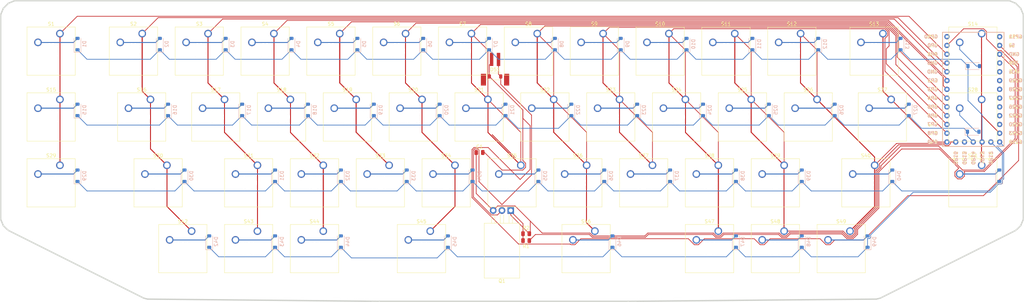
<source format=kicad_pcb>
(kicad_pcb (version 20241229) (generator "pcbnew") (generator_version "9.0")
  (layers (0 "F.Cu" signal) (2 "B.Cu" signal) (13 "F.Paste" user) (15 "B.Paste" user) (5 "F.SilkS" user "F.Silkscreen") (7 "B.SilkS" user "B.Silkscreen") (1 "F.Mask" user) (3 "B.Mask" user) (25 "Edge.Cuts" user))
  (net 0 "")
  (net 1 "Net-(D2-A)")
  (net 2 "col1")
  (net 3 "Net-(D1-A)")
  (net 4 "col2")
  (net 5 "col3")
  (net 6 "Net-(D3-A)")
  (net 7 "Net-(D4-A)")
  (net 8 "col4")
  (net 9 "Net-(D5-A)")
  (net 10 "col5")
  (net 11 "col6")
  (net 12 "Net-(D6-A)")
  (net 13 "col7")
  (net 14 "Net-(D7-A)")
  (net 15 "Net-(D8-A)")
  (net 16 "col8")
  (net 17 "col9")
  (net 18 "Net-(D9-A)")
  (net 19 "Net-(D10-A)")
  (net 20 "col10")
  (net 21 "col11")
  (net 22 "Net-(D11-A)")
  (net 23 "Net-(D12-A)")
  (net 24 "col12")
  (net 25 "Net-(D13-A)")
  (net 26 "Net-(D14-A)")
  (net 27 "Net-(D15-A)")
  (net 28 "Net-(D16-A)")
  (net 29 "Net-(D17-A)")
  (net 30 "Net-(D18-A)")
  (net 31 "Net-(D19-A)")
  (net 32 "Net-(D20-A)")
  (net 33 "Net-(D21-A)")
  (net 34 "Net-(D22-A)")
  (net 35 "Net-(D23-A)")
  (net 36 "Net-(D24-A)")
  (net 37 "Net-(D25-A)")
  (net 38 "Net-(D26-A)")
  (net 39 "Net-(D27-A)")
  (net 40 "Net-(D28-A)")
  (net 41 "Net-(D29-A)")
  (net 42 "Net-(D30-A)")
  (net 43 "Net-(D31-A)")
  (net 44 "Net-(D32-A)")
  (net 45 "Net-(D33-A)")
  (net 46 "Net-(D34-A)")
  (net 47 "Net-(D35-A)")
  (net 48 "Net-(D36-A)")
  (net 49 "Net-(D37-A)")
  (net 50 "Net-(D38-A)")
  (net 51 "Net-(D39-A)")
  (net 52 "Net-(D40-A)")
  (net 53 "Net-(D42-A)")
  (net 54 "Net-(D43-A)")
  (net 55 "col13")
  (net 56 "Net-(D44-A)")
  (net 57 "Net-(D45-A)")
  (net 58 "Net-(D46-A)")
  (net 59 "col0")
  (net 60 "Net-(D47-A)")
  (net 61 "Net-(D48-A)")
  (net 62 "Net-(D49-A)")
  (net 63 "row2")
  (net 64 "row1")
  (net 65 "row3")
  (net 66 "row0")
  (net 67 "Net-(D41-A)")
  (net 77 "/+5V_SOL")
  (net 78 "GND")
  (net 79 "/COIL_LOW")
  (net 80 "Net-(Q1-G)")
  (net 81 "/SOLENOID_EN")
  (footprint "Button_Switch_Keyboard:SW_Cherry_MX_1.00u_PCB" (layer "F.Cu") (at 100.0125 38.1)
    (property "Reference" "S4")
    (property "Value" "W")
  )
  (footprint "Button_Switch_Keyboard:SW_Cherry_MX_1.00u_PCB" (layer "F.Cu") (at 76.2 95.25)
    (property "Reference" "S42")
    (property "Value" "Ctrl")
  )
  (footprint "Button_Switch_Keyboard:SW_Cherry_MX_2.25u_PCB" (layer "F.Cu") (at 145.25625 95.25)
    (property "Reference" "S45")
    (property "Value" "LeftSpace")
  )
  (footprint "Button_Switch_Keyboard:SW_Cherry_MX_1.00u_PCB" (layer "F.Cu") (at 38.1 38.1)
    (property "Reference" "S1")
    (property "Value" "m1")
  )
  (footprint "Button_Switch_Keyboard:SW_Cherry_MX_1.25u_PCB" (layer "F.Cu") (at 278.60625 57.15)
    (property "Reference" "S27")
    (property "Value" "Enter")
  )
  (footprint "Button_Switch_Keyboard:SW_Cherry_MX_1.00u_PCB" (layer "F.Cu") (at 228.6 76.2)
    (property "Reference" "S38")
    (property "Value" ",")
  )
  (footprint "Button_Switch_Keyboard:SW_Cherry_MX_1.00u_PCB" (layer "F.Cu") (at 61.9125 38.1)
    (property "Reference" "S2")
    (property "Value" "Esc")
  )
  (footprint "Button_Switch_Keyboard:SW_Cherry_MX_1.00u_PCB" (layer "F.Cu") (at 138.1125 38.1)
    (property "Reference" "S6")
    (property "Value" "R")
  )
  (footprint "Button_Switch_Keyboard:SW_Cherry_MX_1.00u_PCB" (layer "F.Cu") (at 171.45 76.2)
    (property "Reference" "S35")
    (property "Value" "B")
  )
  (footprint "ScottoKeebs_Components:Connector_1x02_JST-PH" (layer "F.Cu") (at 164 48.5)
    (property "Reference" "JSOL1" (hide yes))
    (property "Value" "Conn_01x02_Pin")
  )
  (footprint "Capacitor_SMD:C_0805_2012Metric" (layer "F.Cu") (at 159.5 72.5)
    (property "Reference" "C1")
    (property "Value" "0.1uF")
  )
  (footprint "Button_Switch_Keyboard:SW_Cherry_MX_1.00u_PCB" (layer "F.Cu") (at 190.5 76.2)
    (property "Reference" "S36")
    (property "Value" "N")
  )
  (footprint "Button_Switch_Keyboard:SW_Cherry_MX_1.00u_PCB" (layer "F.Cu") (at 142.875 57.15)
    (property "Reference" "S20")
    (property "Value" "F")
  )
  (footprint "Button_Switch_Keyboard:SW_Cherry_MX_1.00u_PCB" (layer "F.Cu") (at 247.65 76.2)
    (property "Reference" "S39")
    (property "Value" "Up")
  )
  (footprint "Button_Switch_Keyboard:SW_Cherry_MX_1.00u_PCB" (layer "F.Cu") (at 304.8 38.1)
    (property "Reference" "S14")
    (property "Value" "m4")
  )
  (footprint "Button_Switch_Keyboard:SW_Cherry_MX_2.75u_PCB" (layer "F.Cu") (at 192.88125 95.25)
    (property "Reference" "S46")
    (property "Value" "RightSpace")
  )
  (footprint "Button_Switch_Keyboard:SW_Cherry_MX_1.00u_PCB" (layer "F.Cu") (at 214.3125 38.1)
    (property "Reference" "S10")
    (property "Value" "I")
  )
  (footprint "Button_Switch_Keyboard:SW_Cherry_MX_1.00u_PCB" (layer "F.Cu") (at 266.7 95.25)
    (property "Reference" "S49")
    (property "Value" "Right")
  )
  (footprint "Button_Switch_Keyboard:SW_Cherry_MX_1.00u_PCB" (layer "F.Cu") (at 304.8 76.2)
    (property "Reference" "S41")
    (property "Value" "m6")
  )
  (footprint "Button_Switch_Keyboard:SW_Cherry_MX_1.00u_PCB" (layer "F.Cu") (at 157.1625 38.1)
    (property "Reference" "S7")
    (property "Value" "T")
  )
  (footprint "Button_Switch_Keyboard:SW_Cherry_MX_1.00u_PCB" (layer "F.Cu") (at 219.075 57.15)
    (property "Reference" "S24")
    (property "Value" "K")
  )
  (footprint "Button_Switch_Keyboard:SW_Cherry_MX_1.00u_PCB" (layer "F.Cu") (at 176.2125 38.1)
    (property "Reference" "S8")
    (property "Value" "Y")
  )
  (footprint "Button_Switch_Keyboard:SW_Cherry_MX_1.00u_PCB" (layer "F.Cu") (at 80.9625 38.1)
    (property "Reference" "S3")
    (property "Value" "Q")
  )
  (footprint "Button_Switch_Keyboard:SW_Cherry_MX_1.00u_PCB" (layer "F.Cu") (at 133.35 76.2)
    (property "Reference" "S33")
    (property "Value" "C")
  )
  (footprint "Button_Switch_Keyboard:SW_Cherry_MX_1.00u_PCB" (layer "F.Cu") (at 152.4 76.2)
    (property "Reference" "S34")
    (property "Value" "V")
  )
  (footprint "Button_Switch_Keyboard:SW_Cherry_MX_1.00u_PCB" (layer "F.Cu") (at 38.1 57.15)
    (property "Reference" "S15")
    (property "Value" "m2")
  )
  (footprint "Button_Switch_Keyboard:SW_Cherry_MX_1.00u_PCB" (layer "F.Cu") (at 104.775 57.15)
    (property "Reference" "S18")
    (property "Value" "S")
  )
  (footprint "Button_Switch_Keyboard:SW_Cherry_MX_1.00u_PCB" (layer "F.Cu") (at 95.25 76.2)
    (property "Reference" "S31")
    (property "Value" "Z")
  )
  (footprint "Button_Switch_Keyboard:SW_Cherry_MX_1.00u_PCB" (layer "F.Cu") (at 233.3625 38.1)
    (property "Reference" "S11")
    (property "Value" "O")
  )
  (footprint "Button_Switch_Keyboard:SW_Cherry_MX_1.00u_PCB" (layer "F.Cu") (at 257.175 57.15)
    (property "Reference" "S26")
    (property "Value" ";")
  )
  (footprint "Button_Switch_Keyboard:SW_Cherry_MX_1.00u_PCB" (layer "F.Cu") (at 38.1 76.2)
    (property "Reference" "S29")
    (property "Value" "m3")
  )
  (footprint "Button_Switch_Keyboard:SW_Cherry_MX_1.00u_PCB" (layer "F.Cu") (at 252.4125 38.1)
    (property "Reference" "S12")
    (property "Value" "P")
  )
  (footprint "Button_Switch_Keyboard:SW_Cherry_MX_1.00u_PCB" (layer "F.Cu") (at 161.925 57.15)
    (property "Reference" "S21")
    (property "Value" "G")
  )
  (footprint "Button_Switch_Keyboard:SW_Cherry_MX_1.75u_PCB" (layer "F.Cu") (at 69.05625 76.2)
    (property "Reference" "S30")
    (property "Value" "Shift")
  )
  (footprint "Button_Switch_Keyboard:SW_Cherry_MX_1.00u_PCB" (layer "F.Cu") (at 228.6 95.25)
    (property "Reference" "S47")
    (property "Value" "Left")
  )
  (footprint "Button_Switch_Keyboard:SW_Cherry_MX_1.00u_PCB" (layer "F.Cu") (at 114.3 76.2)
    (property "Reference" "S32")
    (property "Value" "X")
  )
  (footprint "Resistor_SMD:R_0805_2012Metric" (layer "F.Cu") (at 173 98 180)
    (property "Reference" "R1")
    (property "Value" "100")
  )
  (footprint "Button_Switch_Keyboard:SW_Cherry_MX_1.50u_PCB" (layer "F.Cu") (at 276.225 38.1)
    (property "Reference" "S13")
    (property "Value" "Backspace")
  )
  (footprint "Button_Switch_Keyboard:SW_Cherry_MX_1.00u_PCB" (layer "F.Cu") (at 95.25 95.25)
    (property "Reference" "S43")
    (property "Value" "Windows")
  )
  (footprint "ScottoKeebs_MCU:RP2040_Pro_Micro" (layer "F.Cu") (at 302.38 55.5)
    (property "Reference" "U5" (hide yes))
    (property "Value" "RP2040_Pro_Micro" (hide yes))
  )
  (footprint "Button_Switch_Keyboard:SW_Cherry_MX_1.00u_PCB" (layer "F.Cu") (at 304.8 57.15)
    (property "Reference" "S28")
    (property "Value" "m5")
  )
  (footprint "Button_Switch_Keyboard:SW_Cherry_MX_1.00u_PCB" (layer "F.Cu") (at 238.125 57.15)
    (property "Reference" "S25")
    (property "Value" "L")
  )
  (footprint "Button_Switch_Keyboard:SW_Cherry_MX_1.00u_PCB" (layer "F.Cu") (at 119.0625 38.1)
    (property "Reference" "S5")
    (property "Value" "E")
  )
  (footprint "Resistor_SMD:R_0805_2012Metric" (layer "F.Cu") (at 173 96)
    (property "Reference" "R2")
    (property "Value" "100k")
  )
  (footprint "Button_Switch_Keyboard:SW_Cherry_MX_1.75u_PCB" (layer "F.Cu") (at 273.84375 76.2)
    (property "Reference" "S40")
    (property "Value" "Fn")
  )
  (footprint "Button_Switch_Keyboard:SW_Cherry_MX_1.00u_PCB" (layer "F.Cu") (at 123.825 57.15)
    (property "Reference" "S19")
    (property "Value" "D")
  )
  (footprint "Button_Switch_Keyboard:SW_Cherry_MX_1.00u_PCB" (layer "F.Cu") (at 114.3 95.25)
    (property "Reference" "S44")
    (property "Value" "Alt")
  )
  (footprint "Button_Switch_Keyboard:SW_Cherry_MX_1.25u_PCB" (layer "F.Cu") (at 64.29375 57.15)
    (property "Reference" "S16")
    (property "Value" "Tab")
  )
  (footprint "Button_Switch_Keyboard:SW_Cherry_MX_1.00u_PCB" (layer "F.Cu") (at 247.65 95.25)
    (property "Reference" "S48")
    (property "Value" "Down")
  )
  (footprint "Button_Switch_Keyboard:SW_Cherry_MX_1.00u_PCB" (layer "F.Cu") (at 200.025 57.15)
    (property "Reference" "S23")
    (property "Value" "J")
  )
  (footprint "Button_Switch_Keyboard:SW_Cherry_MX_1.00u_PCB" (layer "F.Cu") (at 209.55 76.2)
    (property "Reference" "S37")
    (property "Value" "M")
  )
  (footprint "Package_TO_SOT_THT:TO-220-3_Horizontal_TabDown" (layer "F.Cu") (at 168.54 89.27 180)
    (property "Reference" "Q1")
    (property "Value" "Q_NMOS_GDS")
  )
  (footprint "Button_Switch_Keyboard:SW_Cherry_MX_1.00u_PCB" (layer "F.Cu") (at 195.2625 38.1)
    (property "Reference" "S9")
    (property "Value" "U")
  )
  (footprint "Button_Switch_Keyboard:SW_Cherry_MX_1.00u_PCB" (layer "F.Cu") (at 85.725 57.15)
    (property "Reference" "S17")
    (property "Value" "A")
  )
  (footprint "Diode_SMD:D_SOD-123" (layer "F.Cu") (at 164 50.5)
    (property "Reference" "D51")
    (property "Value" "D_Schottky")
  )
  (footprint "Button_Switch_Keyboard:SW_Cherry_MX_1.00u_PCB" (layer "F.Cu") (at 180.975 57.15)
    (property "Reference" "S22")
    (property "Value" "H")
  )
  (footprint "Diode_SMD:D_SOD-123" (layer "B.Cu") (at 233.68 98.28 90)
    (property "Reference" "D47")
    (property "Value" "Diode")
  )
  (footprint "Diode_SMD:D_SOD-123" (layer "B.Cu") (at 176.53 79.23 90)
    (property "Reference" "D35")
    (property "Value" "Diode")
  )
  (footprint "Diode_SMD:D_SOD-123" (layer "B.Cu") (at 100.33 79.23 90)
    (property "Reference" "D31")
    (property "Value" "Diode")
  )
  (footprint "Diode_SMD:D_SOD-123" (layer "B.Cu") (at 157.48 79.23 90)
    (property "Reference" "D34")
    (property "Value" "Diode")
  )
  (footprint "Diode_SMD:D_SOD-123" (layer "B.Cu") (at 283.68625 60.18 90)
    (property "Reference" "D27")
    (property "Value" "Diode")
  )
  (footprint "Diode_SMD:D_SOD-123" (layer "B.Cu") (at 224.155 60.18 90)
    (property "Reference" "D24")
    (property "Value" "Diode")
  )
  (footprint "Diode_SMD:D_SOD-123" (layer "B.Cu") (at 205.105 60.18 90)
    (property "Reference" "D23")
    (property "Value" "Diode")
  )
  (footprint "Diode_SMD:D_SOD-123" (layer "B.Cu") (at 243.205 60.18 90)
    (property "Reference" "D25")
    (property "Value" "Diode")
  )
  (footprint "Diode_SMD:D_SOD-123" (layer "B.Cu") (at 128.905 60.18 90)
    (property "Reference" "D19")
    (property "Value" "Diode")
  )
  (footprint "Diode_SMD:D_SOD-123" (layer "B.Cu") (at 309.88 79.23 90)
    (property "Reference" "D41" (hide yes))
    (property "Value" "Diode")
  )
  (footprint "Diode_SMD:D_SOD-123" (layer "B.Cu") (at 43.18 79.23 90)
    (property "Reference" "D29")
    (property "Value" "Diode")
  )
  (footprint "Diode_SMD:D_SOD-123" (layer "B.Cu") (at 69.37375 60.18 90)
    (property "Reference" "D16")
    (property "Value" "Diode")
  )
  (footprint "Diode_SMD:D_SOD-123" (layer "B.Cu") (at 271.78 98.28 90)
    (property "Reference" "D49")
    (property "Value" "Diode")
  )
  (footprint "Diode_SMD:D_SOD-123" (layer "B.Cu") (at 195.58 79.23 90)
    (property "Reference" "D36")
    (property "Value" "Diode")
  )
  (footprint "Diode_SMD:D_SOD-123" (layer "B.Cu") (at 150.33625 98.28 90)
    (property "Reference" "D45")
    (property "Value" "Diode")
  )
  (footprint "Diode_SMD:D_SOD-123" (layer "B.Cu") (at 181.2925 41.13 90)
    (property "Reference" "D8")
    (property "Value" "Diode")
  )
  (footprint "Diode_SMD:D_SOD-123" (layer "B.Cu") (at 43.18 41.13 90)
    (property "Reference" "D1")
    (property "Value" "Diode")
  )
  (footprint "Diode_SMD:D_SOD-123" (layer "B.Cu") (at 252.73 98.28 90)
    (property "Reference" "D48")
    (property "Value" "Diode")
  )
  (footprint "Diode_SMD:D_SOD-123" (layer "B.Cu") (at 119.38 98.28 90)
    (property "Reference" "D44")
    (property "Value" "Diode")
  )
  (footprint "Diode_SMD:D_SOD-123" (layer "B.Cu") (at 90.805 60.18 90)
    (property "Reference" "D17")
    (property "Value" "Diode")
  )
  (footprint "Diode_SMD:D_SOD-123" (layer "B.Cu") (at 124.1425 41.13 90)
    (property "Reference" "D5")
    (property "Value" "Diode")
  )
  (footprint "Diode_SMD:D_SOD-123" (layer "B.Cu") (at 186.055 60.18 90)
    (property "Reference" "D22")
    (property "Value" "Diode")
  )
  (footprint "Diode_SMD:D_SOD-123" (layer "B.Cu") (at 66.9925 41.13 90)
    (property "Reference" "D2")
    (property "Value" "Diode")
  )
  (footprint "Diode_SMD:D_SOD-123" (layer "B.Cu") (at 147.955 60.18 90)
    (property "Reference" "D20")
    (property "Value" "Diode")
  )
  (footprint "Diode_SMD:D_SOD-123" (layer "B.Cu") (at 257.4925 41.13 90)
    (property "Reference" "D12")
    (property "Value" "Diode")
  )
  (footprint "Diode_SMD:D_SOD-123" (layer "B.Cu") (at 119.38 79.23 90)
    (property "Reference" "D32")
    (property "Value" "Diode")
  )
  (footprint "Diode_SMD:D_SOD-123" (layer "B.Cu") (at 138.43 79.23 90)
    (property "Reference" "D33")
    (property "Value" "Diode")
  )
  (footprint "Diode_SMD:D_SOD-123" (layer "B.Cu") (at 214.63 79.23 90)
    (property "Reference" "D37")
    (property "Value" "Diode")
  )
  (footprint "Diode_SMD:D_SOD-123" (layer "B.Cu") (at 109.855 60.18 90)
    (property "Reference" "D18")
    (property "Value" "Diode")
  )
  (footprint "Diode_SMD:D_SOD-123" (layer "B.Cu") (at 233.68 79.23 90)
    (property "Reference" "D38")
    (property "Value" "Diode")
  )
  (footprint "Diode_SMD:D_SOD-123" (layer "B.Cu") (at 81.28 98.28 90)
    (property "Reference" "D42")
    (property "Value" "Diode")
  )
  (footprint "Diode_SMD:D_SOD-123" (layer "B.Cu") (at 200.3425 41.13 90)
    (property "Reference" "D9")
    (property "Value" "Diode")
  )
  (footprint "Diode_SMD:D_SOD-123" (layer "B.Cu") (at 197.96125 98.28 90)
    (property "Reference" "D46")
    (property "Value" "Diode")
  )
  (footprint "Diode_SMD:D_SOD-123" (layer "B.Cu") (at 105.0925 41.13 90)
    (property "Reference" "D4")
    (property "Value" "Diode")
  )
  (footprint "Diode_SMD:D_SOD-123" (layer "B.Cu") (at 281.305 41.13 90)
    (property "Reference" "D13")
    (property "Value" "Diode")
  )
  (footprint "Diode_SMD:D_SOD-123" (layer "B.Cu") (at 143.1925 41.13 90)
    (property "Reference" "D6")
    (property "Value" "Diode")
  )
  (footprint "Diode_SMD:D_SOD-123" (layer "B.Cu") (at 302.5 47.5)
    (property "Reference" "D14" (hide yes))
    (property "Value" "Diode")
  )
  (footprint "Diode_SMD:D_SOD-123" (layer "B.Cu") (at 262.255 60.18 90)
    (property "Reference" "D26")
    (property "Value" "Diode")
  )
  (footprint "Diode_SMD:D_SOD-123" (layer "B.Cu") (at 238.4425 41.13 90)
    (property "Reference" "D11")
    (property "Value" "Diode")
  )
  (footprint "Diode_SMD:D_SOD-123" (layer "B.Cu") (at 43.18 60.18 90)
    (property "Reference" "D15")
    (property "Value" "Diode")
  )
  (footprint "Diode_SMD:D_SOD-123" (layer "B.Cu") (at 86.0425 41.13 90)
    (property "Reference" "D3")
    (property "Value" "Diode")
  )
  (footprint "Diode_SMD:D_SOD-123" (layer "B.Cu") (at 167.005 60.18 90)
    (property "Reference" "D21")
    (property "Value" "Diode")
  )
  (footprint "Diode_SMD:D_SOD-123" (layer "B.Cu") (at 219.3925 41.13 90)
    (property "Reference" "D10")
    (property "Value" "Diode")
  )
  (footprint "Diode_SMD:D_SOD-123" (layer "B.Cu") (at 302.35 66.5)
    (property "Reference" "D28" (hide yes))
    (property "Value" "Diode")
  )
  (footprint "Diode_SMD:D_SOD-123" (layer "B.Cu") (at 100.33 98.28 90)
    (property "Reference" "D43")
    (property "Value" "Diode")
  )
  (footprint "Diode_SMD:D_SOD-123" (layer "B.Cu") (at 278.92375 79.23 90)
    (property "Reference" "D40")
    (property "Value" "Diode")
  )
  (footprint "Diode_SMD:D_SOD-123" (layer "B.Cu") (at 74.13625 79.23 90)
    (property "Reference" "D30")
    (property "Value" "Diode")
  )
  (footprint "Diode_SMD:D_SOD-123" (layer "B.Cu") (at 252.73 79.23 90)
    (property "Reference" "D39")
    (property "Value" "Diode")
  )
  (footprint "Diode_SMD:D_SOD-123" (layer "B.Cu") (at 162.2425 41.13 90)
    (property "Reference" "D7")
    (property "Value" "Diode")
  )
  (gr_line (start 316.86 91.830628) (end 316.098795 93.668338) (stroke (width 0.4)) (layer "Edge.Cuts"))
  (gr_line (start 23.40736 95.171883) (end 22.753405 94.700539) (stroke (width 0.4)) (layer "Edge.Cuts"))
  (gr_line (start 130.528867 115.57) (end 63.485835 114.924279) (stroke (width 0.4)) (layer "Edge.Cuts"))
  (gr_line (start 25.009372 28.58) (end 312.810628 28.58) (stroke (width 0.4)) (layer "Edge.Cuts"))
  (gr_line (start 315.066595 94.700539) (end 314.41264 95.171883) (stroke (width 0.4)) (layer "Edge.Cuts"))
  (gr_line (start 21.721205 30.791662) (end 23.171662 29.341205) (stroke (width 0.4)) (layer "Edge.Cuts"))
  (gr_line (start 63.485835 114.924279) (end 62.377663 114.657034) (stroke (width 0.4)) (layer "Edge.Cuts"))
  (gr_line (start 316.098795 93.668338) (end 315.066595 94.700539) (stroke (width 0.4)) (layer "Edge.Cuts"))
  (gr_line (start 275.441608 114.657399) (end 274.331764 114.924668) (stroke (width 0.4)) (layer "Edge.Cuts"))
  (gr_line (start 62.377663 114.657034) (end 23.40736 95.171883) (stroke (width 0.4)) (layer "Edge.Cuts"))
  (gr_line (start 316.098795 30.791662) (end 316.86 32.629372) (stroke (width 0.4)) (layer "Edge.Cuts"))
  (gr_line (start 23.171662 29.341205) (end 25.009372 28.58) (stroke (width 0.4)) (layer "Edge.Cuts"))
  (gr_line (start 274.331764 114.924668) (end 202.527023 115.57) (stroke (width 0.4)) (layer "Edge.Cuts"))
  (gr_line (start 316.86 32.629372) (end 316.86 91.830628) (stroke (width 0.4)) (layer "Edge.Cuts"))
  (gr_line (start 20.96 91.830628) (end 20.96 32.629372) (stroke (width 0.4)) (layer "Edge.Cuts"))
  (gr_line (start 202.527023 115.57) (end 130.528867 115.57) (stroke (width 0.4)) (layer "Edge.Cuts"))
  (gr_line (start 20.96 32.629372) (end 21.721205 30.791662) (stroke (width 0.4)) (layer "Edge.Cuts"))
  (gr_line (start 312.810628 28.58) (end 314.648338 29.341205) (stroke (width 0.4)) (layer "Edge.Cuts"))
  (gr_line (start 22.753405 94.700539) (end 21.721205 93.668338) (stroke (width 0.4)) (layer "Edge.Cuts"))
  (gr_line (start 314.41264 95.171883) (end 275.441608 114.657399) (stroke (width 0.4)) (layer "Edge.Cuts"))
  (gr_line (start 314.648338 29.341205) (end 316.098795 30.791662) (stroke (width 0.4)) (layer "Edge.Cuts"))
  (gr_line (start 21.721205 93.668338) (end 20.96 91.830628) (stroke (width 0.4)) (layer "Edge.Cuts"))
  (segment (start 168.15855 72.34145) (end 169.8171 74) (width 0.2) (layer "F.Cu") (net 0))
  (segment (start 163.15855 67.34145) (end 168.15855 72.34145) (width 0.2) (layer "F.Cu") (net 0))
  (segment (start 164.3171 68.5) (end 163.15855 67.34145) (width 0.2) (layer "F.Cu") (net 0))
  (segment (start 169.8171 74) (end 164.40855 68.59145) (width 0.2) (layer "F.Cu") (net 0))
  (segment (start 65.8325 40.64) (end 66.9925 39.48) (width 0.2) (layer "B.Cu") (net 1))
  (segment (start 55.5625 40.64) (end 65.8325 40.64) (width 0.2) (layer "B.Cu") (net 1))
  (segment (start 55.5625 40.64) (end 65.8325 40.64) (width 0.2) (layer "B.Cu") (net 1))
  (segment (start 65.8325 40.64) (end 66.9925 39.48) (width 0.2) (layer "B.Cu") (net 1))
  (segment (start 55.5625 40.64) (end 65.8325 40.64) (width 0.2) (layer "B.Cu") (net 1))
  (segment (start 65.8325 40.64) (end 66.9925 39.48) (width 0.2) (layer "B.Cu") (net 1))
  (segment (start 55.5625 40.64) (end 65.8325 40.64) (width 0.2) (layer "B.Cu") (net 1))
  (segment (start 65.8325 40.64) (end 66.9925 39.48) (width 0.2) (layer "B.Cu") (net 1))
  (segment (start 64.29375 57.15) (end 64.29375 71.4375) (width 0.2) (layer "F.Cu") (net 2))
  (segment (start 69.05625 88.10625) (end 76.2 95.25) (width 0.2) (layer "F.Cu") (net 2))
  (segment (start 61.9125 38.1) (end 66.5215 33.491) (width 0.2) (layer "F.Cu") (net 2))
  (segment (start 61.9125 38.1) (end 61.9125 54.76875) (width 0.2) (layer "F.Cu") (net 2))
  (segment (start 69.05625 76.2) (end 69.05625 88.10625) (width 0.2) (layer "F.Cu") (net 2))
  (segment (start 66.5215 33.491) (end 280.60431 33.491) (width 0.2) (layer "F.Cu") (net 2))
  (segment (start 64.29375 71.4375) (end 69.05625 76.2) (width 0.2) (layer "F.Cu") (net 2))
  (segment (start 69.05625 76.2) (end 69.05625 88.10625) (width 0.2) (layer "F.Cu") (net 2))
  (segment (start 61.9125 38.1) (end 61.9125 54.76875) (width 0.2) (layer "F.Cu") (net 2))
  (segment (start 61.9125 54.76875) (end 64.29375 57.15) (width 0.2) (layer "F.Cu") (net 2))
  (segment (start 69.05625 76.2) (end 69.05625 88.10625) (width 0.2) (layer "F.Cu") (net 2))
  (segment (start 61.9125 54.76875) (end 64.29375 57.15) (width 0.2) (layer "F.Cu") (net 2))
  (segment (start 69.05625 76.2) (end 69.05625 88.10625) (width 0.2) (layer "F.Cu") (net 2))
  (segment (start 64.29375 71.4375) (end 69.05625 76.2) (width 0.2) (layer "F.Cu") (net 2))
  (segment (start 64.29375 71.4375) (end 69.05625 76.2) (width 0.2) (layer "F.Cu") (net 2))
  (segment (start 64.29375 57.15) (end 64.29375 71.4375) (width 0.2) (layer "F.Cu") (net 2))
  (segment (start 69.05625 88.10625) (end 76.2 95.25) (width 0.2) (layer "F.Cu") (net 2))
  (segment (start 64.29375 71.4375) (end 69.05625 76.2) (width 0.2) (layer "F.Cu") (net 2))
  (segment (start 69.05625 88.10625) (end 76.2 95.25) (width 0.2) (layer "F.Cu") (net 2))
  (segment (start 280.60431 33.491) (end 294.241655 47.128345) (width 0.2) (layer "F.Cu") (net 2))
  (segment (start 61.9125 38.1) (end 61.9125 54.76875) (width 0.2) (layer "F.Cu") (net 2))
  (segment (start 64.29375 57.15) (end 64.29375 71.4375) (width 0.2) (layer "F.Cu") (net 2))
  (segment (start 64.29375 57.15) (end 64.29375 71.4375) (width 0.2) (layer "F.Cu") (net 2))
  (segment (start 69.05625 76.2) (end 69.05625 88.10625) (width 0.2) (layer "F.Cu") (net 2))
  (segment (start 61.9125 38.1) (end 61.9125 54.76875) (width 0.2) (layer "F.Cu") (net 2))
  (segment (start 69.05625 88.10625) (end 76.2 95.25) (width 0.2) (layer "F.Cu") (net 2))
  (segment (start 61.9125 38.1) (end 61.9125 54.76875) (width 0.2) (layer "F.Cu") (net 2))
  (segment (start 69.05625 88.10625) (end 76.2 95.25) (width 0.2) (layer "F.Cu") (net 2))
  (segment (start 61.9125 54.76875) (end 64.29375 57.15) (width 0.2) (layer "F.Cu") (net 2))
  (segment (start 61.9125 54.76875) (end 64.29375 57.15) (width 0.2) (layer "F.Cu") (net 2))
  (segment (start 61.9125 54.76875) (end 64.29375 57.15) (width 0.2) (layer "F.Cu") (net 2))
  (segment (start 61.9125 54.76875) (end 64.29375 57.15) (width 0.2) (layer "F.Cu") (net 2))
  (segment (start 69.05625 88.10625) (end 76.2 95.25) (width 0.2) (layer "F.Cu") (net 2))
  (segment (start 64.29375 71.4375) (end 69.05625 76.2) (width 0.2) (layer "F.Cu") (net 2))
  (segment (start 64.29375 57.15) (end 64.29375 71.4375) (width 0.2) (layer "F.Cu") (net 2))
  (segment (start 64.29375 71.4375) (end 69.05625 76.2) (width 0.2) (layer "F.Cu") (net 2))
  (segment (start 61.9125 38.1) (end 61.9125 54.76875) (width 0.2) (layer "F.Cu") (net 2))
  (segment (start 64.29375 57.15) (end 64.29375 71.4375) (width 0.2) (layer "F.Cu") (net 2))
  (segment (start 69.05625 76.2) (end 69.05625 88.10625) (width 0.2) (layer "F.Cu") (net 2))
  (segment (start 31.75 40.64) (end 42.02 40.64) (width 0.2) (layer "B.Cu") (net 3))
  (segment (start 31.75 40.64) (end 42.02 40.64) (width 0.2) (layer "B.Cu") (net 3))
  (segment (start 42.02 40.64) (end 43.18 39.48) (width 0.2) (layer "B.Cu") (net 3))
  (segment (start 42.02 40.64) (end 43.18 39.48) (width 0.2) (layer "B.Cu") (net 3))
  (segment (start 42.02 40.64) (end 43.18 39.48) (width 0.2) (layer "B.Cu") (net 3))
  (segment (start 31.75 40.64) (end 42.02 40.64) (width 0.2) (layer "B.Cu") (net 3))
  (segment (start 31.75 40.64) (end 42.02 40.64) (width 0.2) (layer "B.Cu") (net 3))
  (segment (start 42.02 40.64) (end 43.18 39.48) (width 0.2) (layer "B.Cu") (net 3))
  (segment (start 85.725 57.15) (end 85.725 66.675) (width 0.2) (layer "F.Cu") (net 4))
  (segment (start 80.9625 38.1) (end 85.1705 33.892) (width 0.2) (layer "F.Cu") (net 4))
  (segment (start 95.25 76.2) (end 95.25 95.25) (width 0.2) (layer "F.Cu") (net 4))
  (segment (start 95.25 76.2) (end 95.25 95.25) (width 0.2) (layer "F.Cu") (net 4))
  (segment (start 80.9625 38.1) (end 80.9625 52.3875) (width 0.2) (layer "F.Cu") (net 4))
  (segment (start 80.9625 38.1) (end 80.9625 52.3875) (width 0.2) (layer "F.Cu") (net 4))
  (segment (start 80.9625 38.1) (end 80.9625 52.3875) (width 0.2) (layer "F.Cu") (net 4))
  (segment (start 279.502 33.892) (end 294.76 49.15) (width 0.2) (layer "F.Cu") (net 4))
  (segment (start 85.1705 33.892) (end 279.502 33.892) (width 0.2) (layer "F.Cu") (net 4))
  (segment (start 95.25 76.2) (end 95.25 95.25) (width 0.2) (layer "F.Cu") (net 4))
  (segment (start 95.25 76.2) (end 95.25 95.25) (width 0.2) (layer "F.Cu") (net 4))
  (segment (start 95.25 76.2) (end 95.25 95.25) (width 0.2) (layer "F.Cu") (net 4))
  (segment (start 85.725 57.15) (end 85.725 66.675) (width 0.2) (layer "F.Cu") (net 4))
  (segment (start 95.25 76.2) (end 95.25 95.25) (width 0.2) (layer "F.Cu") (net 4))
  (segment (start 80.9625 52.3875) (end 85.725 57.15) (width 0.2) (layer "F.Cu") (net 4))
  (segment (start 80.9625 38.1) (end 80.9625 52.3875) (width 0.2) (layer "F.Cu") (net 4))
  (segment (start 85.725 66.675) (end 95.25 76.2) (width 0.2) (layer "F.Cu") (net 4))
  (segment (start 80.9625 38.1) (end 80.9625 52.3875) (width 0.2) (layer "F.Cu") (net 4))
  (segment (start 80.9625 52.3875) (end 85.725 57.15) (width 0.2) (layer "F.Cu") (net 4))
  (segment (start 80.9625 38.1) (end 80.9625 52.3875) (width 0.2) (layer "F.Cu") (net 4))
  (segment (start 85.725 57.15) (end 85.725 66.675) (width 0.2) (layer "F.Cu") (net 4))
  (segment (start 80.9625 52.3875) (end 85.725 57.15) (width 0.2) (layer "F.Cu") (net 4))
  (segment (start 85.725 66.675) (end 95.25 76.2) (width 0.2) (layer "F.Cu") (net 4))
  (segment (start 85.725 57.15) (end 85.725 66.675) (width 0.2) (layer "F.Cu") (net 4))
  (segment (start 85.725 66.675) (end 95.25 76.2) (width 0.2) (layer "F.Cu") (net 4))
  (segment (start 80.9625 52.3875) (end 85.725 57.15) (width 0.2) (layer "F.Cu") (net 4))
  (segment (start 85.725 66.675) (end 95.25 76.2) (width 0.2) (layer "F.Cu") (net 4))
  (segment (start 85.725 57.15) (end 85.725 66.675) (width 0.2) (layer "F.Cu") (net 4))
  (segment (start 85.725 66.675) (end 95.25 76.2) (width 0.2) (layer "F.Cu") (net 4))
  (segment (start 85.725 57.15) (end 85.725 66.675) (width 0.2) (layer "F.Cu") (net 4))
  (segment (start 80.9625 52.3875) (end 85.725 57.15) (width 0.2) (layer "F.Cu") (net 4))
  (segment (start 85.725 66.675) (end 95.25 76.2) (width 0.2) (layer "F.Cu") (net 4))
  (segment (start 80.9625 52.3875) (end 85.725 57.15) (width 0.2) (layer "F.Cu") (net 4))
  (segment (start 100.0125 52.3875) (end 104.775 57.15) (width 0.2) (layer "F.Cu") (net 5))
  (segment (start 104.775 57.15) (end 104.775 66.675) (width 0.2) (layer "F.Cu") (net 5))
  (segment (start 100.0125 38.1) (end 100.0125 52.3875) (width 0.2) (layer "F.Cu") (net 5))
  (segment (start 100.0125 52.3875) (end 104.775 57.15) (width 0.2) (layer "F.Cu") (net 5))
  (segment (start 103.8195 34.293) (end 277.8601 34.293) (width 0.2) (layer "F.Cu") (net 5))
  (segment (start 114.3 76.2) (end 114.3 95.25) (width 0.2) (layer "F.Cu") (net 5))
  (segment (start 104.775 66.675) (end 114.3 76.2) (width 0.2) (layer "F.Cu") (net 5))
  (segment (start 104.775 66.675) (end 114.3 76.2) (width 0.2) (layer "F.Cu") (net 5))
  (segment (start 114.3 76.2) (end 114.3 95.25) (width 0.2) (layer "F.Cu") (net 5))
  (segment (start 114.3 76.2) (end 114.3 95.25) (width 0.2) (layer "F.Cu") (net 5))
  (segment (start 100.0125 52.3875) (end 104.775 57.15) (width 0.2) (layer "F.Cu") (net 5))
  (segment (start 100.0125 38.1) (end 100.0125 52.3875) (width 0.2) (layer "F.Cu") (net 5))
  (segment (start 104.775 66.675) (end 114.3 76.2) (width 0.2) (layer "F.Cu") (net 5))
  (segment (start 100.0125 38.1) (end 100.0125 52.3875) (width 0.2) (layer "F.Cu") (net 5))
  (segment (start 100.0125 38.1) (end 100.0125 52.3875) (width 0.2) (layer "F.Cu") (net 5))
  (segment (start 104.775 57.15) (end 104.775 66.675) (width 0.2) (layer "F.Cu") (net 5))
  (segment (start 114.3 76.2) (end 114.3 95.25) (width 0.2) (layer "F.Cu") (net 5))
  (segment (start 294.76 51.1929) (end 294.76 51.69) (width 0.2) (layer "F.Cu") (net 5))
  (segment (start 100.0125 52.3875) (end 104.775 57.15) (width 0.2) (layer "F.Cu") (net 5))
  (segment (start 104.775 57.15) (end 104.775 66.675) (width 0.2) (layer "F.Cu") (net 5))
  (segment (start 104.775 57.15) (end 104.775 66.675) (width 0.2) (layer "F.Cu") (net 5))
  (segment (start 100.0125 52.3875) (end 104.775 57.15) (width 0.2) (layer "F.Cu") (net 5))
  (segment (start 100.0125 38.1) (end 100.0125 52.3875) (width 0.2) (layer "F.Cu") (net 5))
  (segment (start 104.775 57.15) (end 104.775 66.675) (width 0.2) (layer "F.Cu") (net 5))
  (segment (start 277.8601 34.293) (end 294.76 51.1929) (width 0.2) (layer "F.Cu") (net 5))
  (segment (start 100.0125 38.1) (end 103.8195 34.293) (width 0.2) (layer "F.Cu") (net 5))
  (segment (start 104.775 66.675) (end 114.3 76.2) (width 0.2) (layer "F.Cu") (net 5))
  (segment (start 114.3 76.2) (end 114.3 95.25) (width 0.2) (layer "F.Cu") (net 5))
  (segment (start 104.775 57.15) (end 104.775 66.675) (width 0.2) (layer "F.Cu") (net 5))
  (segment (start 100.0125 52.3875) (end 104.775 57.15) (width 0.2) (layer "F.Cu") (net 5))
  (segment (start 114.3 76.2) (end 114.3 95.25) (width 0.2) (layer "F.Cu") (net 5))
  (segment (start 100.0125 38.1) (end 100.0125 52.3875) (width 0.2) (layer "F.Cu") (net 5))
  (segment (start 104.775 66.675) (end 114.3 76.2) (width 0.2) (layer "F.Cu") (net 5))
  (segment (start 104.775 66.675) (end 114.3 76.2) (width 0.2) (layer "F.Cu") (net 5))
  (segment (start 84.8825 40.64) (end 86.0425 39.48) (width 0.2) (layer "B.Cu") (net 6))
  (segment (start 74.6125 40.64) (end 84.8825 40.64) (width 0.2) (layer "B.Cu") (net 6))
  (segment (start 74.6125 40.64) (end 84.8825 40.64) (width 0.2) (layer "B.Cu") (net 6))
  (segment (start 84.8825 40.64) (end 86.0425 39.48) (width 0.2) (layer "B.Cu") (net 6))
  (segment (start 84.8825 40.64) (end 86.0425 39.48) (width 0.2) (layer "B.Cu") (net 6))
  (segment (start 84.8825 40.64) (end 86.0425 39.48) (width 0.2) (layer "B.Cu") (net 6))
  (segment (start 74.6125 40.64) (end 84.8825 40.64) (width 0.2) (layer "B.Cu") (net 6))
  (segment (start 74.6125 40.64) (end 84.8825 40.64) (width 0.2) (layer "B.Cu") (net 6))
  (segment (start 93.6625 40.64) (end 103.9325 40.64) (width 0.2) (layer "B.Cu") (net 7))
  (segment (start 93.6625 40.64) (end 103.9325 40.64) (width 0.2) (layer "B.Cu") (net 7))
  (segment (start 103.9325 40.64) (end 105.0925 39.48) (width 0.2) (layer "B.Cu") (net 7))
  (segment (start 93.6625 40.64) (end 103.9325 40.64) (width 0.2) (layer "B.Cu") (net 7))
  (segment (start 103.9325 40.64) (end 105.0925 39.48) (width 0.2) (layer "B.Cu") (net 7))
  (segment (start 103.9325 40.64) (end 105.0925 39.48) (width 0.2) (layer "B.Cu") (net 7))
  (segment (start 103.9325 40.64) (end 105.0925 39.48) (width 0.2) (layer "B.Cu") (net 7))
  (segment (start 93.6625 40.64) (end 103.9325 40.64) (width 0.2) (layer "B.Cu") (net 7))
  (segment (start 119.0625 52.3875) (end 123.825 57.15) (width 0.2) (layer "F.Cu") (net 8))
  (segment (start 123.825 66.675) (end 133.35 76.2) (width 0.2) (layer "F.Cu") (net 8))
  (segment (start 293.697 53.167) (end 294.76 54.23) (width 0.2) (layer "F.Cu") (net 8))
  (segment (start 123.825 57.15) (end 123.825 66.675) (width 0.2) (layer "F.Cu") (net 8))
  (segment (start 119.0625 52.3875) (end 123.825 57.15) (width 0.2) (layer "F.Cu") (net 8))
  (segment (start 123.825 66.675) (end 133.35 76.2) (width 0.2) (layer "F.Cu") (net 8))
  (segment (start 119.0625 52.3875) (end 123.825 57.15) (width 0.2) (layer "F.Cu") (net 8))
  (segment (start 277.694 34.694) (end 293.697 50.697) (width 0.2) (layer "F.Cu") (net 8))
  (segment (start 119.0625 38.1) (end 122.4685 34.694) (width 0.2) (layer "F.Cu") (net 8))
  (segment (start 123.825 66.675) (end 133.35 76.2) (width 0.2) (layer "F.Cu") (net 8))
  (segment (start 123.825 66.675) (end 133.35 76.2) (width 0.2) (layer "F.Cu") (net 8))
  (segment (start 119.0625 38.1) (end 119.0625 52.3875) (width 0.2) (layer "F.Cu") (net 8))
  (segment (start 122.4685 34.694) (end 277.694 34.694) (width 0.2) (layer "F.Cu") (net 8))
  (segment (start 119.0625 52.3875) (end 123.825 57.15) (width 0.2) (layer "F.Cu") (net 8))
  (segment (start 123.825 57.15) (end 123.825 66.675) (width 0.2) (layer "F.Cu") (net 8))
  (segment (start 119.0625 38.1) (end 119.0625 52.3875) (width 0.2) (layer "F.Cu") (net 8))
  (segment (start 123.825 66.675) (end 133.35 76.2) (width 0.2) (layer "F.Cu") (net 8))
  (segment (start 123.825 57.15) (end 123.825 66.675) (width 0.2) (layer "F.Cu") (net 8))
  (segment (start 119.0625 38.1) (end 119.0625 52.3875) (width 0.2) (layer "F.Cu") (net 8))
  (segment (start 293.697 50.697) (end 293.697 53.167) (width 0.2) (layer "F.Cu") (net 8))
  (segment (start 119.0625 38.1) (end 119.0625 52.3875) (width 0.2) (layer "F.Cu") (net 8))
  (segment (start 123.825 66.675) (end 133.35 76.2) (width 0.2) (layer "F.Cu") (net 8))
  (segment (start 123.825 57.15) (end 123.825 66.675) (width 0.2) (layer "F.Cu") (net 8))
  (segment (start 123.825 57.15) (end 123.825 66.675) (width 0.2) (layer "F.Cu") (net 8))
  (segment (start 119.0625 38.1) (end 119.0625 52.3875) (width 0.2) (layer "F.Cu") (net 8))
  (segment (start 123.825 57.15) (end 123.825 66.675) (width 0.2) (layer "F.Cu") (net 8))
  (segment (start 119.0625 38.1) (end 119.0625 52.3875) (width 0.2) (layer "F.Cu") (net 8))
  (segment (start 119.0625 52.3875) (end 123.825 57.15) (width 0.2) (layer "F.Cu") (net 8))
  (segment (start 119.0625 52.3875) (end 123.825 57.15) (width 0.2) (layer "F.Cu") (net 8))
  (segment (start 112.7125 40.64) (end 122.9825 40.64) (width 0.2) (layer "B.Cu") (net 9))
  (segment (start 112.7125 40.64) (end 122.9825 40.64) (width 0.2) (layer "B.Cu") (net 9))
  (segment (start 112.7125 40.64) (end 122.9825 40.64) (width 0.2) (layer "B.Cu") (net 9))
  (segment (start 122.9825 40.64) (end 124.1425 39.48) (width 0.2) (layer "B.Cu") (net 9))
  (segment (start 122.9825 40.64) (end 124.1425 39.48) (width 0.2) (layer "B.Cu") (net 9))
  (segment (start 112.7125 40.64) (end 122.9825 40.64) (width 0.2) (layer "B.Cu") (net 9))
  (segment (start 122.9825 40.64) (end 124.1425 39.48) (width 0.2) (layer "B.Cu") (net 9))
  (segment (start 122.9825 40.64) (end 124.1425 39.48) (width 0.2) (layer "B.Cu") (net 9))
  (segment (start 152.4 76.2) (end 152.4 88.10625) (width 0.2) (layer "F.Cu") (net 10))
  (segment (start 152.4 76.2) (end 152.4 88.10625) (width 0.2) (layer "F.Cu") (net 10))
  (segment (start 138.1125 38.1) (end 138.1125 52.3875) (width 0.2) (layer "F.Cu") (net 10))
  (segment (start 138.1125 52.3875) (end 142.875 57.15) (width 0.2) (layer "F.Cu") (net 10))
  (segment (start 142.875 57.15) (end 142.875 66.675) (width 0.2) (layer "F.Cu") (net 10))
  (segment (start 138.1125 38.1) (end 138.1125 52.3875) (width 0.2) (layer "F.Cu") (net 10))
  (segment (start 138.1125 52.3875) (end 142.875 57.15) (width 0.2) (layer "F.Cu") (net 10))
  (segment (start 141.1175 35.095) (end 277.469714 35.095) (width 0.2) (layer "F.Cu") (net 10))
  (segment (start 138.1125 38.1) (end 141.1175 35.095) (width 0.2) (layer "F.Cu") (net 10))
  (segment (start 142.875 57.15) (end 142.875 66.675) (width 0.2) (layer "F.Cu") (net 10))
  (segment (start 277.469714 35.095) (end 280.768 38.393286) (width 0.2) (layer "F.Cu") (net 10))
  (segment (start 142.875 66.675) (end 152.4 76.2) (width 0.2) (layer "F.Cu") (net 10))
  (segment (start 152.4 76.2) (end 152.4 88.10625) (width 0.2) (layer "F.Cu") (net 10))
  (segment (start 142.875 57.15) (end 142.875 66.675) (width 0.2) (layer "F.Cu") (net 10))
  (segment (start 138.1125 52.3875) (end 142.875 57.15) (width 0.2) (layer "F.Cu") (net 10))
  (segment (start 152.4 88.10625) (end 145.25625 95.25) (width 0.2) (layer "F.Cu") (net 10))
  (segment (start 152.4 76.2) (end 152.4 88.10625) (width 0.2) (layer "F.Cu") (net 10))
  (segment (start 152.4 88.10625) (end 145.25625 95.25) (width 0.2) (layer "F.Cu") (net 10))
  (segment (start 138.1125 52.3875) (end 142.875 57.15) (width 0.2) (layer "F.Cu") (net 10))
  (segment (start 138.1125 38.1) (end 138.1125 52.3875) (width 0.2) (layer "F.Cu") (net 10))
  (segment (start 152.4 88.10625) (end 145.25625 95.25) (width 0.2) (layer "F.Cu") (net 10))
  (segment (start 138.1125 38.1) (end 138.1125 52.3875) (width 0.2) (layer "F.Cu") (net 10))
  (segment (start 142.875 57.15) (end 142.875 66.675) (width 0.2) (layer "F.Cu") (net 10))
  (segment (start 152.4 88.10625) (end 145.25625 95.25) (width 0.2) (layer "F.Cu") (net 10))
  (segment (start 142.875 66.675) (end 152.4 76.2) (width 0.2) (layer "F.Cu") (net 10))
  (segment (start 138.1125 52.3875) (end 142.875 57.15) (width 0.2) (layer "F.Cu") (net 10))
  (segment (start 142.875 57.15) (end 142.875 66.675) (width 0.2) (layer "F.Cu") (net 10))
  (segment (start 142.875 66.675) (end 152.4 76.2) (width 0.2) (layer "F.Cu") (net 10))
  (segment (start 138.1125 52.3875) (end 142.875 57.15) (width 0.2) (layer "F.Cu") (net 10))
  (segment (start 152.4 88.10625) (end 145.25625 95.25) (width 0.2) (layer "F.Cu") (net 10))
  (segment (start 142.875 57.15) (end 142.875 66.675) (width 0.2) (layer "F.Cu") (net 10))
  (segment (start 138.1125 38.1) (end 138.1125 52.3875) (width 0.2) (layer "F.Cu") (net 10))
  (segment (start 142.875 66.675) (end 152.4 76.2) (width 0.2) (layer "F.Cu") (net 10))
  (segment (start 142.875 66.675) (end 152.4 76.2) (width 0.2) (layer "F.Cu") (net 10))
  (segment (start 152.4 76.2) (end 152.4 88.10625) (width 0.2) (layer "F.Cu") (net 10))
  (segment (start 142.875 66.675) (end 152.4 76.2) (width 0.2) (layer "F.Cu") (net 10))
  (segment (start 280.768 38.393286) (end 280.768 42.778) (width 0.2) (layer "F.Cu") (net 10))
  (segment (start 138.1125 38.1) (end 138.1125 52.3875) (width 0.2) (layer "F.Cu") (net 10))
  (segment (start 280.768 42.778) (end 294.76 56.77) (width 0.2) (layer "F.Cu") (net 10))
  (segment (start 157.1625 52.3875) (end 161.925 57.15) (width 0.2) (layer "F.Cu") (net 11))
  (segment (start 161.925 42.8625) (end 157.1625 38.1) (width 0.2) (layer "F.Cu") (net 11))
  (segment (start 157.1625 38.1) (end 157.1625 52.3875) (width 0.2) (layer "F.Cu") (net 11))
  (segment (start 157.1625 38.1) (end 157.1625 52.3875) (width 0.2) (layer "F.Cu") (net 11))
  (segment (start 277.303614 35.496) (end 280.367 38.559386) (width 0.2) (layer "F.Cu") (net 11))
  (segment (start 161.925 57.15) (end 161.925 66.675) (width 0.2) (layer "F.Cu") (net 11))
  (segment (start 161.925 57.15) (end 161.925 66.675) (width 0.2) (layer "F.Cu") (net 11))
  (segment (start 161.925 57.15) (end 161.925 66.675) (width 0.2) (layer "F.Cu") (net 11))
  (segment (start 157.1625 52.3875) (end 161.925 57.15) (width 0.2) (layer "F.Cu") (net 11))
  (segment (start 157.1625 38.1) (end 157.1625 52.3875) (width 0.2) (layer "F.Cu") (net 11))
  (segment (start 161.925 57.15) (end 161.925 66.675) (width 0.2) (layer "F.Cu") (net 11))
  (segment (start 157.1625 38.1) (end 157.1625 52.3875) (width 0.2) (layer "F.Cu") (net 11))
  (segment (start 161.925 66.675) (end 171.45 76.2) (width 0.2) (layer "F.Cu") (net 11))
  (segment (start 161.925 66.675) (end 171.45 76.2) (width 0.2) (layer "F.Cu") (net 11))
  (segment (start 157.1625 38.1) (end 159.7665 35.496) (width 0.2) (layer "F.Cu") (net 11))
  (segment (start 157.1625 38.1) (end 157.1625 52.3875) (width 0.2) (layer "F.Cu") (net 11))
  (segment (start 157.1625 52.3875) (end 161.925 57.15) (width 0.2) (layer "F.Cu") (net 11))
  (segment (start 171.45 66.675) (end 161.925 57.15) (width 0.2) (layer "F.Cu") (net 11))
  (segment (start 157.1625 52.3875) (end 161.925 57.15) (width 0.2) (layer "F.Cu") (net 11))
  (segment (start 280.367 38.559386) (end 280.367 44.917) (width 0.2) (layer "F.Cu") (net 11))
  (segment (start 280.367 44.917) (end 294.76 59.31) (width 0.2) (layer "F.Cu") (net 11))
  (segment (start 161.925 66.675) (end 171.45 76.2) (width 0.2) (layer "F.Cu") (net 11))
  (segment (start 157.1625 52.3875) (end 161.925 57.15) (width 0.2) (layer "F.Cu") (net 11))
  (segment (start 161.925 57.15) (end 161.925 66.675) (width 0.2) (layer "F.Cu") (net 11))
  (segment (start 161.925 66.675) (end 171.45 76.2) (width 0.2) (layer "F.Cu") (net 11))
  (segment (start 171.45 76.2) (end 171.45 66.675) (width 0.2) (layer "F.Cu") (net 11))
  (segment (start 161.925 57.15) (end 161.925 42.8625) (width 0.2) (layer "F.Cu") (net 11))
  (segment (start 159.7665 35.496) (end 277.303614 35.496) (width 0.2) (layer "F.Cu") (net 11))
  (segment (start 161.925 66.675) (end 171.45 76.2) (width 0.2) (layer "F.Cu") (net 11))
  (segment (start 142.0325 40.64) (end 143.1925 39.48) (width 0.2) (layer "B.Cu") (net 12))
  (segment (start 131.7625 40.64) (end 142.0325 40.64) (width 0.2) (layer "B.Cu") (net 12))
  (segment (start 131.7625 40.64) (end 142.0325 40.64) (width 0.2) (layer "B.Cu") (net 12))
  (segment (start 131.7625 40.64) (end 142.0325 40.64) (width 0.2) (layer "B.Cu") (net 12))
  (segment (start 142.0325 40.64) (end 143.1925 39.48) (width 0.2) (layer "B.Cu") (net 12))
  (segment (start 142.0325 40.64) (end 143.1925 39.48) (width 0.2) (layer "B.Cu") (net 12))
  (segment (start 142.0325 40.64) (end 143.1925 39.48) (width 0.2) (layer "B.Cu") (net 12))
  (segment (start 131.7625 40.64) (end 142.0325 40.64) (width 0.2) (layer "B.Cu") (net 12))
  (segment (start 176.2125 38.1) (end 176.2125 52.3875) (width 0.2) (layer "F.Cu") (net 13))
  (segment (start 180.975 66.675) (end 190.5 76.2) (width 0.2) (layer "F.Cu") (net 13))
  (segment (start 190.5 76.2) (end 190.5 92.86875) (width 0.2) (layer "F.Cu") (net 13))
  (segment (start 190.5 92.86875) (end 192.88125 95.25) (width 0.2) (layer "F.Cu") (net 13))
  (segment (start 176.2125 38.1) (end 178.4155 35.897) (width 0.2) (layer "F.Cu") (net 13))
  (segment (start 190.5 92.86875) (end 192.88125 95.25) (width 0.2) (layer "F.Cu") (net 13))
  (segment (start 279.966 38.725486) (end 279.966 47.056) (width 0.2) (layer "F.Cu") (net 13))
  (segment (start 190.5 92.86875) (end 190.5 76.2) (width 0.2) (layer "F.Cu") (net 13))
  (segment (start 190.5 92.86875) (end 192.88125 95.25) (width 0.2) (layer "F.Cu") (net 13))
  (segment (start 277.137514 35.897) (end 279.966 38.725486) (width 0.2) (layer "F.Cu") (net 13))
  (segment (start 180.975 66.675) (end 190.5 76.2) (width 0.2) (layer "F.Cu") (net 13))
  (segment (start 176.2125 52.3875) (end 180.975 57.15) (width 0.2) (layer "F.Cu") (net 13))
  (segment (start 180.975 42.8625) (end 176.2125 38.1) (width 0.2) (layer "F.Cu") (net 13))
  (segment (start 190.5 76.2) (end 190.5 92.86875) (width 0.2) (layer "F.Cu") (net 13))
  (segment (start 180.975 57.15) (end 180.975 42.8625) (width 0.2) (layer "F.Cu") (net 13))
  (segment (start 180.975 66.675) (end 190.5 76.2) (width 0.2) (layer "F.Cu") (net 13))
  (segment (start 176.2125 52.3875) (end 180.975 57.15) (width 0.2) (layer "F.Cu") (net 13))
  (segment (start 190.5 66.675) (end 180.975 57.15) (width 0.2) (layer "F.Cu") (net 13))
  (segment (start 192.88125 95.25) (end 190.5 92.86875) (width 0.2) (layer "F.Cu") (net 13))
  (segment (start 190.5 76.2) (end 190.5 92.86875) (width 0.2) (layer "F.Cu") (net 13))
  (segment (start 180.975 66.675) (end 190.5 76.2) (width 0.2) (layer "F.Cu") (net 13))
  (segment (start 176.2125 38.1) (end 176.2125 52.3875) (width 0.2) (layer "F.Cu") (net 13))
  (segment (start 176.2125 38.1) (end 176.2125 52.3875) (width 0.2) (layer "F.Cu") (net 13))
  (segment (start 190.5 92.86875) (end 192.88125 95.25) (width 0.2) (layer "F.Cu") (net 13))
  (segment (start 176.2125 52.3875) (end 180.975 57.15) (width 0.2) (layer "F.Cu") (net 13))
  (segment (start 190.5 76.2) (end 190.5 66.675) (width 0.2) (layer "F.Cu") (net 13))
  (segment (start 176.2125 52.3875) (end 180.975 57.15) (width 0.2) (layer "F.Cu") (net 13))
  (segment (start 176.2125 38.1) (end 176.2125 52.3875) (width 0.2) (layer "F.Cu") (net 13))
  (segment (start 180.975 66.675) (end 190.5 76.2) (width 0.2) (layer "F.Cu") (net 13))
  (segment (start 190.5 76.2) (end 190.5 92.86875) (width 0.2) (layer "F.Cu") (net 13))
  (segment (start 180.975 57.15) (end 180.975 66.675) (width 0.2) (layer "F.Cu") (net 13))
  (segment (start 176.2125 38.1) (end 176.2125 52.3875) (width 0.2) (layer "F.Cu") (net 13))
  (segment (start 176.2125 52.3875) (end 180.975 57.15) (width 0.2) (layer "F.Cu") (net 13))
  (segment (start 180.975 57.15) (end 180.975 66.675) (width 0.2) (layer "F.Cu") (net 13))
  (segment (start 190.5 92.86875) (end 192.88125 95.25) (width 0.2) (layer "F.Cu") (net 13))
  (segment (start 180.975 57.15) (end 180.975 66.675) (width 0.2) (layer "F.Cu") (net 13))
  (segment (start 279.966 47.056) (end 294.76 61.85) (width 0.2) (layer "F.Cu") (net 13))
  (segment (start 178.4155 35.897) (end 277.137514 35.897) (width 0.2) (layer "F.Cu") (net 13))
  (segment (start 180.975 57.15) (end 180.975 66.675) (width 0.2) (layer "F.Cu") (net 13))
  (segment (start 190.5 76.2) (end 190.5 92.86875) (width 0.2) (layer "F.Cu") (net 13))
  (segment (start 180.975 57.15) (end 180.975 66.675) (width 0.2) (layer "F.Cu") (net 13))
  (segment (start 161.0825 40.64) (end 162.2425 39.48) (width 0.2) (layer "B.Cu") (net 14))
  (segment (start 161.0825 40.64) (end 162.2425 39.48) (width 0.2) (layer "B.Cu") (net 14))
  (segment (start 150.8125 40.64) (end 161.0825 40.64) (width 0.2) (layer "B.Cu") (net 14))
  (segment (start 150.8125 40.64) (end 161.0825 40.64) (width 0.2) (layer "B.Cu") (net 14))
  (segment (start 150.8125 40.64) (end 161.0825 40.64) (width 0.2) (layer "B.Cu") (net 14))
  (segment (start 161.0825 40.64) (end 162.2425 39.48) (width 0.2) (layer "B.Cu") (net 14))
  (segment (start 161.0825 40.64) (end 162.2425 39.48) (width 0.2) (layer "B.Cu") (net 14))
  (segment (start 150.8125 40.64) (end 161.0825 40.64) (width 0.2) (layer "B.Cu") (net 14))
  (segment (start 169.8625 40.64) (end 180.1325 40.64) (width 0.2) (layer "B.Cu") (net 15))
  (segment (start 169.8625 40.64) (end 180.1325 40.64) (width 0.2) (layer "B.Cu") (net 15))
  (segment (start 169.8625 40.64) (end 180.1325 40.64) (width 0.2) (layer "B.Cu") (net 15))
  (segment (start 180.1325 40.64) (end 181.2925 39.48) (width 0.2) (layer "B.Cu") (net 15))
  (segment (start 180.1325 40.64) (end 181.2925 39.48) (width 0.2) (layer "B.Cu") (net 15))
  (segment (start 169.8625 40.64) (end 180.1325 40.64) (width 0.2) (layer "B.Cu") (net 15))
  (segment (start 180.1325 40.64) (end 181.2925 39.48) (width 0.2) (layer "B.Cu") (net 15))
  (segment (start 180.1325 40.64) (end 181.2925 39.48) (width 0.2) (layer "B.Cu") (net 15))
  (segment (start 200.025 57.15) (end 200.025 66.675) (width 0.2) (layer "F.Cu") (net 16))
  (segment (start 277.206314 46.836314) (end 294.76 64.39) (width 0.2) (layer "F.Cu") (net 16))
  (segment (start 195.2625 52.3875) (end 200.025 57.15) (width 0.2) (layer "F.Cu") (net 16))
  (segment (start 195.2625 38.1) (end 195.2625 52.3875) (width 0.2) (layer "F.Cu") (net 16))
  (segment (start 200.025 57.15) (end 200.025 42.8625) (width 0.2) (layer "F.Cu") (net 16))
  (segment (start 200.025 57.15) (end 200.025 66.675) (width 0.2) (layer "F.Cu") (net 16))
  (segment (start 277.206314 42.5) (end 277.206314 46.836314) (width 0.2) (layer "F.Cu") (net 16))
  (segment (start 195.2625 52.3875) (end 200.025 57.15) (width 0.2) (layer "F.Cu") (net 16))
  (segment (start 200.025 57.15) (end 200.025 66.675) (width 0.2) (layer "F.Cu") (net 16))
  (segment (start 197.0645 36.298) (end 276.971414 36.298) (width 0.2) (layer "F.Cu") (net 16))
  (segment (start 200.025 66.675) (end 209.55 76.2) (width 0.2) (layer "F.Cu") (net 16))
  (segment (start 276.971414 36.298) (end 278.027 37.353586) (width 0.2) (layer "F.Cu") (net 16))
  (segment (start 278.027 41.679314) (end 277.206314 42.5) (width 0.2) (layer "F.Cu") (net 16))
  (segment (start 195.2625 38.1) (end 195.2625 52.3875) (width 0.2) (layer "F.Cu") (net 16))
  (segment (start 200.025 57.15) (end 200.025 66.675) (width 0.2) (layer "F.Cu") (net 16))
  (segment (start 195.2625 38.1) (end 195.2625 52.3875) (width 0.2) (layer "F.Cu") (net 16))
  (segment (start 195.2625 38.1) (end 195.2625 52.3875) (width 0.2) (layer "F.Cu") (net 16))
  (segment (start 200.025 66.675) (end 209.55 76.2) (width 0.2) (layer "F.Cu") (net 16))
  (segment (start 209.55 76.2) (end 209.55 66.675) (width 0.2) (layer "F.Cu") (net 16))
  (segment (start 195.2625 38.1) (end 195.2625 52.3875) (width 0.2) (layer "F.Cu") (net 16))
  (segment (start 278.027 37.353586) (end 278.027 41.679314) (width 0.2) (layer "F.Cu") (net 16))
  (segment (start 200.025 66.675) (end 209.55 76.2) (width 0.2) (layer "F.Cu") (net 16))
  (segment (start 195.2625 52.3875) (end 200.025 57.15) (width 0.2) (layer "F.Cu") (net 16))
  (segment (start 195.2625 52.3875) (end 200.025 57.15) (width 0.2) (layer "F.Cu") (net 16))
  (segment (start 200.025 42.8625) (end 195.2625 38.1) (width 0.2) (layer "F.Cu") (net 16))
  (segment (start 209.55 66.675) (end 200.025 57.15) (width 0.2) (layer "F.Cu") (net 16))
  (segment (start 195.2625 52.3875) (end 200.025 57.15) (width 0.2) (layer "F.Cu") (net 16))
  (segment (start 200.025 66.675) (end 209.55 76.2) (width 0.2) (layer "F.Cu") (net 16))
  (segment (start 200.025 57.15) (end 200.025 66.675) (width 0.2) (layer "F.Cu") (net 16))
  (segment (start 195.2625 38.1) (end 197.0645 36.298) (width 0.2) (layer "F.Cu") (net 16))
  (segment (start 200.025 66.675) (end 209.55 76.2) (width 0.2) (layer "F.Cu") (net 16))
  (segment (start 276.805314 36.699) (end 277.626 37.519686) (width 0.2) (layer "F.Cu") (net 17))
  (segment (start 214.3125 38.1) (end 214.3125 52.3875) (width 0.2) (layer "F.Cu") (net 17))
  (segment (start 219.075 57.15) (end 219.075 66.675) (width 0.2) (layer "F.Cu") (net 17))
  (segment (start 228.6 76.2) (end 228.6 95.25) (width 0.2) (layer "F.Cu") (net 17))
  (segment (start 214.3125 52.3875) (end 219.075 57.15) (width 0.2) (layer "F.Cu") (net 17))
  (segment (start 219.075 66.675) (end 228.6 76.2) (width 0.2) (layer "F.Cu") (net 17))
  (segment (start 219.075 57.15) (end 219.075 66.675) (width 0.2) (layer "F.Cu") (net 17))
  (segment (start 219.075 57.15) (end 219.075 66.675) (width 0.2) (layer "F.Cu") (net 17))
  (segment (start 228.6 76.2) (end 228.6 66.675) (width 0.2) (layer "F.Cu") (net 17))
  (segment (start 228.6 76.2) (end 228.6 95.25) (width 0.2) (layer "F.Cu") (net 17))
  (segment (start 219.075 66.675) (end 228.6 76.2) (width 0.2) (layer "F.Cu") (net 17))
  (segment (start 214.3125 52.3875) (end 219.075 57.15) (width 0.2) (layer "F.Cu") (net 17))
  (segment (start 219.075 66.675) (end 228.6 76.2) (width 0.2) (layer "F.Cu") (net 17))
  (segment (start 228.6 76.2) (end 228.6 95.25) (width 0.2) (layer "F.Cu") (net 17))
  (segment (start 219.075 57.15) (end 219.075 42.8625) (width 0.2) (layer "F.Cu") (net 17))
  (segment (start 214.3125 38.1) (end 214.3125 52.3875) (width 0.2) (layer "F.Cu") (net 17))
  (segment (start 214.3125 52.3875) (end 219.075 57.15) (width 0.2) (layer "F.Cu") (net 17))
  (segment (start 214.3125 38.1) (end 214.3125 52.3875) (width 0.2) (layer "F.Cu") (net 17))
  (segment (start 219.075 42.8625) (end 214.3125 38.1) (width 0.2) (layer "F.Cu") (net 17))
  (segment (start 214.3125 38.1) (end 215.7135 36.699) (width 0.2) (layer "F.Cu") (net 17))
  (segment (start 219.075 57.15) (end 219.075 66.675) (width 0.2) (layer "F.Cu") (net 17))
  (segment (start 276.805314 39.501) (end 276.805314 48.975314) (width 0.2) (layer "F.Cu") (net 17))
  (segment (start 214.3125 38.1) (end 214.3125 52.3875) (width 0.2) (layer "F.Cu") (net 17))
  (segment (start 228.6 95.25) (end 228.6 76.2) (width 0.2) (layer "F.Cu") (net 17))
  (segment (start 214.3125 52.3875) (end 219.075 57.15) (width 0.2) (layer "F.Cu") (net 17))
  (segment (start 228.6 76.2) (end 228.6 95.25) (width 0.2) (layer "F.Cu") (net 17))
  (segment (start 228.6 76.2) (end 228.6 95.25) (width 0.2) (layer "F.Cu") (net 17))
  (segment (start 228.6 66.675) (end 219.075 57.15) (width 0.2) (layer "F.Cu") (net 17))
  (segment (start 219.075 57.15) (end 219.075 66.675) (width 0.2) (layer "F.Cu") (net 17))
  (segment (start 277.626 37.519686) (end 277.626 38.680314) (width 0.2) (layer "F.Cu") (net 17))
  (segment (start 219.075 66.675) (end 228.6 76.2) (width 0.2) (layer "F.Cu") (net 17))
  (segment (start 214.3125 52.3875) (end 219.075 57.15) (width 0.2) (layer "F.Cu") (net 17))
  (segment (start 277.626 38.680314) (end 276.805314 39.501) (width 0.2) (layer "F.Cu") (net 17))
  (segment (start 215.7135 36.699) (end 276.805314 36.699) (width 0.2) (layer "F.Cu") (net 17))
  (segment (start 276.805314 48.975314) (end 294.76 66.93) (width 0.2) (layer "F.Cu") (net 17))
  (segment (start 219.075 66.675) (end 228.6 76.2) (width 0.2) (layer "F.Cu") (net 17))
  (segment (start 214.3125 38.1) (end 214.3125 52.3875) (width 0.2) (layer "F.Cu") (net 17))
  (segment (start 188.9125 40.64) (end 199.1825 40.64) (width 0.2) (layer "B.Cu") (net 18))
  (segment (start 199.1825 40.64) (end 200.3425 39.48) (width 0.2) (layer "B.Cu") (net 18))
  (segment (start 188.9125 40.64) (end 199.1825 40.64) (width 0.2) (layer "B.Cu") (net 18))
  (segment (start 199.1825 40.64) (end 200.3425 39.48) (width 0.2) (layer "B.Cu") (net 18))
  (segment (start 188.9125 40.64) (end 199.1825 40.64) (width 0.2) (layer "B.Cu") (net 18))
  (segment (start 199.1825 40.64) (end 200.3425 39.48) (width 0.2) (layer "B.Cu") (net 18))
  (segment (start 199.1825 40.64) (end 200.3425 39.48) (width 0.2) (layer "B.Cu") (net 18))
  (segment (start 188.9125 40.64) (end 199.1825 40.64) (width 0.2) (layer "B.Cu") (net 18))
  (segment (start 218.2325 40.64) (end 219.3925 39.48) (width 0.2) (layer "B.Cu") (net 19))
  (segment (start 207.9625 40.64) (end 218.2325 40.64) (width 0.2) (layer "B.Cu") (net 19))
  (segment (start 218.2325 40.64) (end 219.3925 39.48) (width 0.2) (layer "B.Cu") (net 19))
  (segment (start 207.9625 40.64) (end 218.2325 40.64) (width 0.2) (layer "B.Cu") (net 19))
  (segment (start 218.2325 40.64) (end 219.3925 39.48) (width 0.2) (layer "B.Cu") (net 19))
  (segment (start 207.9625 40.64) (end 218.2325 40.64) (width 0.2) (layer "B.Cu") (net 19))
  (segment (start 218.2325 40.64) (end 219.3925 39.48) (width 0.2) (layer "B.Cu") (net 19))
  (segment (start 207.9625 40.64) (end 218.2325 40.64) (width 0.2) (layer "B.Cu") (net 19))
  (segment (start 268.101 94.669686) (end 267.974207 94.542893) (width 0.2) (layer "F.Cu") (net 20))
  (segment (start 247.65 95.25) (end 247.65 76.2) (width 0.2) (layer "F.Cu") (net 20))
  (segment (start 238.125 57.15) (end 238.125 66.675) (width 0.2) (layer "F.Cu") (net 20))
  (segment (start 247.65 76.2) (end 247.65 95.25) (width 0.2) (layer "F.Cu") (net 20))
  (segment (start 295.823 69.47) (end 297.3 69.47) (width 0.2) (layer "F.Cu") (net 20))
  (segment (start 295.823 69.91031) (end 295.823 69.47) (width 0.2) (layer "F.Cu") (net 20))
  (segment (start 238.125 57.15) (end 238.125 66.675) (width 0.2) (layer "F.Cu") (net 20))
  (segment (start 274.24475 88.27235) (end 274.24475 77.601) (width 0.2) (layer "F.Cu") (net 20))
  (segment (start 268.101 95.830314) (end 268.101 94.669686) (width 0.2) (layer "F.Cu") (net 20))
  (segment (start 295.20031 70.533) (end 295.823 69.91031) (width 0.2) (layer "F.Cu") (net 20))
  (segment (start 238.125 66.675) (end 247.65 76.2) (width 0.2) (layer "F.Cu") (net 20))
  (segment (start 238.125 66.675) (end 247.65 76.2) (width 0.2) (layer "F.Cu") (net 20))
  (segment (start 238.125 42.8625) (end 233.3625 38.1) (width 0.2) (layer "F.Cu") (net 20))
  (segment (start 238.125 57.15) (end 238.125 66.675) (width 0.2) (layer "F.Cu") (net 20))
  (segment (start 247.65 95.25) (end 264.718686 95.25) (width 0.2) (layer "F.Cu") (net 20))
  (segment (start 247.65 76.2) (end 247.65 95.25) (width 0.2) (layer "F.Cu") (net 20))
  (segment (start 238.125 57.15) (end 238.125 66.675) (width 0.2) (layer "F.Cu") (net 20))
  (segment (start 275.24475 75.75525) (end 280.728 70.272) (width 0.2) (layer "F.Cu") (net 20))
  (segment (start 247.65 76.2) (end 247.65 95.25) (width 0.2) (layer "F.Cu") (net 20))
  (segment (start 233.3625 52.3875) (end 238.125 57.15) (width 0.2) (layer "F.Cu") (net 20))
  (segment (start 233.3625 52.3875) (end 238.125 57.15) (width 0.2) (layer "F.Cu") (net 20))
  (segment (start 280.728 70.272) (end 294.05869 70.272) (width 0.2) (layer "F.Cu") (net 20))
  (segment (start 266.119686 96.651) (end 267.280314 96.651) (width 0.2) (layer "F.Cu") (net 20))
  (segment (start 238.125 66.675) (end 247.65 76.2) (width 0.2) (layer "F.Cu") (net 20))
  (segment (start 294.05869 70.272) (end 294.31969 70.533) (width 0.2) (layer "F.Cu") (net 20))
  (segment (start 233.3625 52.3875) (end 238.125 57.15) (width 0.2) (layer "F.Cu") (net 20))
  (segment (start 233.3625 52.3875) (end 238.125 57.15) (width 0.2) (layer "F.Cu") (net 20))
  (segment (start 233.3625 52.3875) (end 238.125 57.15) (width 0.2) (layer "F.Cu") (net 20))
  (segment (start 264.718686 95.25) (end 266.119686 96.651) (width 0.2) (layer "F.Cu") (net 20))
  (segment (start 233.3625 38.1) (end 233.3625 52.3875) (width 0.2) (layer "F.Cu") (net 20))
  (segment (start 274.24475 77.601) (end 274.424064 77.601) (width 0.2) (layer "F.Cu") (net 20))
  (segment (start 247.65 76.2) (end 247.65 95.25) (width 0.2) (layer "F.Cu") (net 20))
  (segment (start 267.974207 94.542893) (end 274.24475 88.27235) (width 0.2) (layer "F.Cu") (net 20))
  (segment (start 247.65 66.675) (end 238.125 57.15) (width 0.2) (layer "F.Cu") (net 20))
  (segment (start 247.65 76.2) (end 247.65 95.25) (width 0.2) (layer "F.Cu") (net 20))
  (segment (start 274.424064 77.601) (end 275.24475 76.780314) (width 0.2) (layer "F.Cu") (net 20))
  (segment (start 238.125 57.15) (end 238.125 66.675) (width 0.2) (layer "F.Cu") (net 20))
  (segment (start 233.3625 38.1) (end 233.3625 52.3875) (width 0.2) (layer "F.Cu") (net 20))
  (segment (start 233.3625 38.1) (end 233.3625 52.3875) (width 0.2) (layer "F.Cu") (net 20))
  (segment (start 233.3625 38.1) (end 233.3625 52.3875) (width 0.2) (layer "F.Cu") (net 20))
  (segment (start 238.125 57.15) (end 238.125 42.8625) (width 0.2) (layer "F.Cu") (net 20))
  (segment (start 233.3625 38.1) (end 233.3625 52.3875) (width 0.2) (layer "F.Cu") (net 20))
  (segment (start 267.280314 96.651) (end 268.101 95.830314) (width 0.2) (layer "F.Cu") (net 20))
  (segment (start 238.125 66.675) (end 247.65 76.2) (width 0.2) (layer "F.Cu") (net 20))
  (segment (start 294.31969 70.533) (end 295.20031 70.533) (width 0.2) (layer "F.Cu") (net 20))
  (segment (start 247.65 76.2) (end 247.65 66.675) (width 0.2) (layer "F.Cu") (net 20))
  (segment (start 275.24475 76.780314) (end 275.24475 75.75525) (width 0.2) (layer "F.Cu") (net 20))
  (segment (start 238.125 66.675) (end 247.65 76.2) (width 0.2) (layer "F.Cu") (net 20))
  (segment (start 257.175 57.15) (end 273.84375 73.81875) (width 0.2) (layer "F.Cu") (net 21))
  (segment (start 252.4125 38.1) (end 252.4125 52.3875) (width 0.2) (layer "F.Cu") (net 21))
  (segment (start 273.84375 88.10625) (end 266.7 95.25) (width 0.2) (layer "F.Cu") (net 21))
  (segment (start 257.175 57.15) (end 257.175 42.8625) (width 0.2) (layer "F.Cu") (net 21))
  (segment (start 280.17275 69.871) (end 294.76 69.871) (width 0.2) (layer "F.Cu") (net 21))
  (segment (start 252.4125 38.1) (end 252.4125 52.3875) (width 0.2) (layer "F.Cu") (net 21))
  (segment (start 273.84375 76.2) (end 273.84375 88.10625) (width 0.2) (layer "F.Cu") (net 21))
  (segment (start 273.84375 76.2) (end 273.84375 88.10625) (width 0.2) (layer "F.Cu") (net 21))
  (segment (start 273.84375 88.10625) (end 266.7 95.25) (width 0.2) (layer "F.Cu") (net 21))
  (segment (start 273.84375 76.2) (end 273.84375 88.10625) (width 0.2) (layer "F.Cu") (net 21))
  (segment (start 257.175 57.15) (end 273.84375 73.81875) (width 0.2) (layer "F.Cu") (net 21))
  (segment (start 273.84375 73.81875) (end 273.84375 76.2) (width 0.2) (layer "F.Cu") (net 21))
  (segment (start 257.175 57.15) (end 273.84375 73.81875) (width 0.2) (layer "F.Cu") (net 21))
  (segment (start 273.84375 73.81875) (end 273.84375 76.2) (width 0.2) (layer "F.Cu") (net 21))
  (segment (start 252.4125 52.3875) (end 257.175 57.15) (width 0.2) (layer "F.Cu") (net 21))
  (segment (start 273.84375 88.10625) (end 266.7 95.25) (width 0.2) (layer "F.Cu") (net 21))
  (segment (start 257.175 42.8625) (end 252.4125 38.1) (width 0.2) (layer "F.Cu") (net 21))
  (segment (start 273.84375 88.10625) (end 266.7 95.25) (width 0.2) (layer "F.Cu") (net 21))
  (segment (start 252.4125 52.3875) (end 257.175 57.15) (width 0.2) (layer "F.Cu") (net 21))
  (segment (start 252.4125 52.3875) (end 257.175 57.15) (width 0.2) (layer "F.Cu") (net 21))
  (segment (start 252.4125 52.3875) (end 257.175 57.15) (width 0.2) (layer "F.Cu") (net 21))
  (segment (start 257.175 57.15) (end 273.84375 73.81875) (width 0.2) (layer "F.Cu") (net 21))
  (segment (start 273.84375 73.81875) (end 273.84375 76.2) (width 0.2) (layer "F.Cu") (net 21))
  (segment (start 252.4125 38.1) (end 252.4125 52.3875) (width 0.2) (layer "F.Cu") (net 21))
  (segment (start 273.84375 73.81875) (end 273.84375 76.2) (width 0.2) (layer "F.Cu") (net 21))
  (segment (start 273.84375 73.81875) (end 273.84375 76.2) (width 0.2) (layer "F.Cu") (net 21))
  (segment (start 252.4125 52.3875) (end 257.175 57.15) (width 0.2) (layer "F.Cu") (net 21))
  (segment (start 273.84375 76.2) (end 273.84375 88.10625) (width 0.2) (layer "F.Cu") (net 21))
  (segment (start 257.175 57.15) (end 273.84375 73.81875) (width 0.2) (layer "F.Cu") (net 21))
  (segment (start 273.84375 88.10625) (end 266.7 95.25) (width 0.2) (layer "F.Cu") (net 21))
  (segment (start 273.84375 88.10625) (end 266.7 95.25) (width 0.2) (layer "F.Cu") (net 21))
  (segment (start 273.84375 76.2) (end 273.84375 88.10625) (width 0.2) (layer "F.Cu") (net 21))
  (segment (start 273.84375 73.81875) (end 273.84375 76.2) (width 0.2) (layer "F.Cu") (net 21))
  (segment (start 273.84375 76.2) (end 273.84375 88.10625) (width 0.2) (layer "F.Cu") (net 21))
  (segment (start 273.84375 76.2) (end 280.17275 69.871) (width 0.2) (layer "F.Cu") (net 21))
  (segment (start 252.4125 38.1) (end 252.4125 52.3875) (width 0.2) (layer "F.Cu") (net 21))
  (segment (start 252.4125 38.1) (end 252.4125 52.3875) (width 0.2) (layer "F.Cu") (net 21))
  (segment (start 257.175 57.15) (end 273.84375 73.81875) (width 0.2) (layer "F.Cu") (net 21))
  (segment (start 237.2825 40.64) (end 238.4425 39.48) (width 0.2) (layer "B.Cu") (net 22))
  (segment (start 237.2825 40.64) (end 238.4425 39.48) (width 0.2) (layer "B.Cu") (net 22))
  (segment (start 237.2825 40.64) (end 238.4425 39.48) (width 0.2) (layer "B.Cu") (net 22))
  (segment (start 237.2825 40.64) (end 238.4425 39.48) (width 0.2) (layer "B.Cu") (net 22))
  (segment (start 227.0125 40.64) (end 237.2825 40.64) (width 0.2) (layer "B.Cu") (net 22))
  (segment (start 227.0125 40.64) (end 237.2825 40.64) (width 0.2) (layer "B.Cu") (net 22))
  (segment (start 227.0125 40.64) (end 237.2825 40.64) (width 0.2) (layer "B.Cu") (net 22))
  (segment (start 227.0125 40.64) (end 237.2825 40.64) (width 0.2) (layer "B.Cu") (net 22))
  (segment (start 256.3325 40.64) (end 257.4925 39.48) (width 0.2) (layer "B.Cu") (net 23))
  (segment (start 246.0625 40.64) (end 256.3325 40.64) (width 0.2) (layer "B.Cu") (net 23))
  (segment (start 256.3325 40.64) (end 257.4925 39.48) (width 0.2) (layer "B.Cu") (net 23))
  (segment (start 256.3325 40.64) (end 257.4925 39.48) (width 0.2) (layer "B.Cu") (net 23))
  (segment (start 256.3325 40.64) (end 257.4925 39.48) (width 0.2) (layer "B.Cu") (net 23))
  (segment (start 246.0625 40.64) (end 256.3325 40.64) (width 0.2) (layer "B.Cu") (net 23))
  (segment (start 246.0625 40.64) (end 256.3325 40.64) (width 0.2) (layer "B.Cu") (net 23))
  (segment (start 246.0625 40.64) (end 256.3325 40.64) (width 0.2) (layer "B.Cu") (net 23))
  (segment (start 276.225 54.76875) (end 278.60625 57.15) (width 0.2) (layer "F.Cu") (net 24))
  (segment (start 278.60625 57.15) (end 290.92625 69.47) (width 0.2) (layer "F.Cu") (net 24))
  (segment (start 276.225 54.76875) (end 278.60625 57.15) (width 0.2) (layer "F.Cu") (net 24))
  (segment (start 276.225 54.76875) (end 278.60625 57.15) (width 0.2) (layer "F.Cu") (net 24))
  (segment (start 276.225 38.1) (end 276.225 54.76875) (width 0.2) (layer "F.Cu") (net 24))
  (segment (start 276.225 54.76875) (end 276.225 38.1) (width 0.2) (layer "F.Cu") (net 24))
  (segment (start 276.225 54.76875) (end 278.60625 57.15) (width 0.2) (layer "F.Cu") (net 24))
  (segment (start 278.60625 57.15) (end 276.225 54.76875) (width 0.2) (layer "F.Cu") (net 24))
  (segment (start 290.92625 69.47) (end 294.76 69.47) (width 0.2) (layer "F.Cu") (net 24))
  (segment (start 278.60625 57.15) (end 290.92625 69.47) (width 0.2) (layer "F.Cu") (net 24))
  (segment (start 276.225 38.1) (end 276.225 54.76875) (width 0.2) (layer "F.Cu") (net 24))
  (segment (start 276.225 38.1) (end 276.225 54.76875) (width 0.2) (layer "F.Cu") (net 24))
  (segment (start 276.225 38.1) (end 276.225 54.76875) (width 0.2) (layer "F.Cu") (net 24))
  (segment (start 276.225 38.1) (end 276.225 54.76875) (width 0.2) (layer "F.Cu") (net 24))
  (segment (start 276.225 54.76875) (end 278.60625 57.15) (width 0.2) (layer "F.Cu") (net 24))
  (segment (start 280.145 40.64) (end 281.305 39.48) (width 0.2) (layer "B.Cu") (net 25))
  (segment (start 280.145 40.64) (end 281.305 39.48) (width 0.2) (layer "B.Cu") (net 25))
  (segment (start 269.875 40.64) (end 280.145 40.64) (width 0.2) (layer "B.Cu") (net 25))
  (segment (start 280.145 40.64) (end 281.305 39.48) (width 0.2) (layer "B.Cu") (net 25))
  (segment (start 269.875 40.64) (end 280.145 40.64) (width 0.2) (layer "B.Cu") (net 25))
  (segment (start 269.875 40.64) (end 280.145 40.64) (width 0.2) (layer "B.Cu") (net 25))
  (segment (start 280.145 40.64) (end 281.305 39.48) (width 0.2) (layer "B.Cu") (net 25))
  (segment (start 269.875 40.64) (end 280.145 40.64) (width 0.2) (layer "B.Cu") (net 25))
  (segment (start 303.255184 47.5) (end 298.45 42.694816) (width 0.2) (layer "B.Cu") (net 26))
  (segment (start 304.15 47.5) (end 303.255184 47.5) (width 0.2) (layer "B.Cu") (net 26))
  (segment (start 298.45 42.694816) (end 298.45 40.64) (width 0.2) (layer "B.Cu") (net 26))
  (segment (start 42.02 59.69) (end 43.18 58.53) (width 0.2) (layer "B.Cu") (net 27))
  (segment (start 31.75 59.69) (end 42.02 59.69) (width 0.2) (layer "B.Cu") (net 27))
  (segment (start 42.02 59.69) (end 43.18 58.53) (width 0.2) (layer "B.Cu") (net 27))
  (segment (start 31.75 59.69) (end 42.02 59.69) (width 0.2) (layer "B.Cu") (net 27))
  (segment (start 31.75 59.69) (end 42.02 59.69) (width 0.2) (layer "B.Cu") (net 27))
  (segment (start 31.75 59.69) (end 42.02 59.69) (width 0.2) (layer "B.Cu") (net 27))
  (segment (start 42.02 59.69) (end 43.18 58.53) (width 0.2) (layer "B.Cu") (net 27))
  (segment (start 42.02 59.69) (end 43.18 58.53) (width 0.2) (layer "B.Cu") (net 27))
  (segment (start 68.21375 59.69) (end 69.37375 58.53) (width 0.2) (layer "B.Cu") (net 28))
  (segment (start 57.94375 59.69) (end 68.21375 59.69) (width 0.2) (layer "B.Cu") (net 28))
  (segment (start 68.21375 59.69) (end 69.37375 58.53) (width 0.2) (layer "B.Cu") (net 28))
  (segment (start 57.94375 59.69) (end 68.21375 59.69) (width 0.2) (layer "B.Cu") (net 28))
  (segment (start 68.21375 59.69) (end 69.37375 58.53) (width 0.2) (layer "B.Cu") (net 28))
  (segment (start 68.21375 59.69) (end 69.37375 58.53) (width 0.2) (layer "B.Cu") (net 28))
  (segment (start 57.94375 59.69) (end 68.21375 59.69) (width 0.2) (layer "B.Cu") (net 28))
  (segment (start 57.94375 59.69) (end 68.21375 59.69) (width 0.2) (layer "B.Cu") (net 28))
  (segment (start 89.645 59.69) (end 90.805 58.53) (width 0.2) (layer "B.Cu") (net 29))
  (segment (start 89.645 59.69) (end 90.805 58.53) (width 0.2) (layer "B.Cu") (net 29))
  (segment (start 79.375 59.69) (end 89.645 59.69) (width 0.2) (layer "B.Cu") (net 29))
  (segment (start 79.375 59.69) (end 89.645 59.69) (width 0.2) (layer "B.Cu") (net 29))
  (segment (start 79.375 59.69) (end 89.645 59.69) (width 0.2) (layer "B.Cu") (net 29))
  (segment (start 89.645 59.69) (end 90.805 58.53) (width 0.2) (layer "B.Cu") (net 29))
  (segment (start 79.375 59.69) (end 89.645 59.69) (width 0.2) (layer "B.Cu") (net 29))
  (segment (start 89.645 59.69) (end 90.805 58.53) (width 0.2) (layer "B.Cu") (net 29))
  (segment (start 98.425 59.69) (end 108.695 59.69) (width 0.2) (layer "B.Cu") (net 30))
  (segment (start 98.425 59.69) (end 108.695 59.69) (width 0.2) (layer "B.Cu") (net 30))
  (segment (start 108.695 59.69) (end 109.855 58.53) (width 0.2) (layer "B.Cu") (net 30))
  (segment (start 108.695 59.69) (end 109.855 58.53) (width 0.2) (layer "B.Cu") (net 30))
  (segment (start 108.695 59.69) (end 109.855 58.53) (width 0.2) (layer "B.Cu") (net 30))
  (segment (start 98.425 59.69) (end 108.695 59.69) (width 0.2) (layer "B.Cu") (net 30))
  (segment (start 108.695 59.69) (end 109.855 58.53) (width 0.2) (layer "B.Cu") (net 30))
  (segment (start 98.425 59.69) (end 108.695 59.69) (width 0.2) (layer "B.Cu") (net 30))
  (segment (start 117.475 59.69) (end 127.745 59.69) (width 0.2) (layer "B.Cu") (net 31))
  (segment (start 127.745 59.69) (end 128.905 58.53) (width 0.2) (layer "B.Cu") (net 31))
  (segment (start 127.745 59.69) (end 128.905 58.53) (width 0.2) (layer "B.Cu") (net 31))
  (segment (start 127.745 59.69) (end 128.905 58.53) (width 0.2) (layer "B.Cu") (net 31))
  (segment (start 117.475 59.69) (end 127.745 59.69) (width 0.2) (layer "B.Cu") (net 31))
  (segment (start 117.475 59.69) (end 127.745 59.69) (width 0.2) (layer "B.Cu") (net 31))
  (segment (start 127.745 59.69) (end 128.905 58.53) (width 0.2) (layer "B.Cu") (net 31))
  (segment (start 117.475 59.69) (end 127.745 59.69) (width 0.2) (layer "B.Cu") (net 31))
  (segment (start 136.525 59.69) (end 146.795 59.69) (width 0.2) (layer "B.Cu") (net 32))
  (segment (start 146.795 59.69) (end 147.955 58.53) (width 0.2) (layer "B.Cu") (net 32))
  (segment (start 146.795 59.69) (end 147.955 58.53) (width 0.2) (layer "B.Cu") (net 32))
  (segment (start 136.525 59.69) (end 146.795 59.69) (width 0.2) (layer "B.Cu") (net 32))
  (segment (start 146.795 59.69) (end 147.955 58.53) (width 0.2) (layer "B.Cu") (net 32))
  (segment (start 136.525 59.69) (end 146.795 59.69) (width 0.2) (layer "B.Cu") (net 32))
  (segment (start 136.525 59.69) (end 146.795 59.69) (width 0.2) (layer "B.Cu") (net 32))
  (segment (start 146.795 59.69) (end 147.955 58.53) (width 0.2) (layer "B.Cu") (net 32))
  (segment (start 155.575 59.69) (end 165.845 59.69) (width 0.2) (layer "B.Cu") (net 33))
  (segment (start 165.845 59.69) (end 167.005 58.53) (width 0.2) (layer "B.Cu") (net 33))
  (segment (start 165.845 59.69) (end 167.005 58.53) (width 0.2) (layer "B.Cu") (net 33))
  (segment (start 155.575 59.69) (end 165.845 59.69) (width 0.2) (layer "B.Cu") (net 33))
  (segment (start 155.575 59.69) (end 165.845 59.69) (width 0.2) (layer "B.Cu") (net 33))
  (segment (start 165.845 59.69) (end 167.005 58.53) (width 0.2) (layer "B.Cu") (net 33))
  (segment (start 155.575 59.69) (end 165.845 59.69) (width 0.2) (layer "B.Cu") (net 33))
  (segment (start 165.845 59.69) (end 167.005 58.53) (width 0.2) (layer "B.Cu") (net 33))
  (segment (start 174.625 59.69) (end 184.895 59.69) (width 0.2) (layer "B.Cu") (net 34))
  (segment (start 184.895 59.69) (end 186.055 58.53) (width 0.2) (layer "B.Cu") (net 34))
  (segment (start 174.625 59.69) (end 184.895 59.69) (width 0.2) (layer "B.Cu") (net 34))
  (segment (start 184.895 59.69) (end 186.055 58.53) (width 0.2) (layer "B.Cu") (net 34))
  (segment (start 184.895 59.69) (end 186.055 58.53) (width 0.2) (layer "B.Cu") (net 34))
  (segment (start 174.625 59.69) (end 184.895 59.69) (width 0.2) (layer "B.Cu") (net 34))
  (segment (start 174.625 59.69) (end 184.895 59.69) (width 0.2) (layer "B.Cu") (net 34))
  (segment (start 184.895 59.69) (end 186.055 58.53) (width 0.2) (layer "B.Cu") (net 34))
  (segment (start 193.675 59.69) (end 203.945 59.69) (width 0.2) (layer "B.Cu") (net 35))
  (segment (start 203.945 59.69) (end 205.105 58.53) (width 0.2) (layer "B.Cu") (net 35))
  (segment (start 193.675 59.69) (end 203.945 59.69) (width 0.2) (layer "B.Cu") (net 35))
  (segment (start 203.945 59.69) (end 205.105 58.53) (width 0.2) (layer "B.Cu") (net 35))
  (segment (start 193.675 59.69) (end 203.945 59.69) (width 0.2) (layer "B.Cu") (net 35))
  (segment (start 203.945 59.69) (end 205.105 58.53) (width 0.2) (layer "B.Cu") (net 35))
  (segment (start 193.675 59.69) (end 203.945 59.69) (width 0.2) (layer "B.Cu") (net 35))
  (segment (start 203.945 59.69) (end 205.105 58.53) (width 0.2) (layer "B.Cu") (net 35))
  (segment (start 212.725 59.69) (end 222.995 59.69) (width 0.2) (layer "B.Cu") (net 36))
  (segment (start 212.725 59.69) (end 222.995 59.69) (width 0.2) (layer "B.Cu") (net 36))
  (segment (start 222.995 59.69) (end 224.155 58.53) (width 0.2) (layer "B.Cu") (net 36))
  (segment (start 212.725 59.69) (end 222.995 59.69) (width 0.2) (layer "B.Cu") (net 36))
  (segment (start 222.995 59.69) (end 224.155 58.53) (width 0.2) (layer "B.Cu") (net 36))
  (segment (start 222.995 59.69) (end 224.155 58.53) (width 0.2) (layer "B.Cu") (net 36))
  (segment (start 222.995 59.69) (end 224.155 58.53) (width 0.2) (layer "B.Cu") (net 36))
  (segment (start 212.725 59.69) (end 222.995 59.69) (width 0.2) (layer "B.Cu") (net 36))
  (segment (start 231.775 59.69) (end 242.045 59.69) (width 0.2) (layer "B.Cu") (net 37))
  (segment (start 231.775 59.69) (end 242.045 59.69) (width 0.2) (layer "B.Cu") (net 37))
  (segment (start 231.775 59.69) (end 242.045 59.69) (width 0.2) (layer "B.Cu") (net 37))
  (segment (start 242.045 59.69) (end 243.205 58.53) (width 0.2) (layer "B.Cu") (net 37))
  (segment (start 242.045 59.69) (end 243.205 58.53) (width 0.2) (layer "B.Cu") (net 37))
  (segment (start 242.045 59.69) (end 243.205 58.53) (width 0.2) (layer "B.Cu") (net 37))
  (segment (start 231.775 59.69) (end 242.045 59.69) (width 0.2) (layer "B.Cu") (net 37))
  (segment (start 242.045 59.69) (end 243.205 58.53) (width 0.2) (layer "B.Cu") (net 37))
  (segment (start 250.825 59.69) (end 261.095 59.69) (width 0.2) (layer "B.Cu") (net 38))
  (segment (start 261.095 59.69) (end 262.255 58.53) (width 0.2) (layer "B.Cu") (net 38))
  (segment (start 261.095 59.69) (end 262.255 58.53) (width 0.2) (layer "B.Cu") (net 38))
  (segment (start 261.095 59.69) (end 262.255 58.53) (width 0.2) (layer "B.Cu") (net 38))
  (segment (start 250.825 59.69) (end 261.095 59.69) (width 0.2) (layer "B.Cu") (net 38))
  (segment (start 250.825 59.69) (end 261.095 59.69) (width 0.2) (layer "B.Cu") (net 38))
  (segment (start 261.095 59.69) (end 262.255 58.53) (width 0.2) (layer "B.Cu") (net 38))
  (segment (start 250.825 59.69) (end 261.095 59.69) (width 0.2) (layer "B.Cu") (net 38))
  (segment (start 272.25625 59.69) (end 282.52625 59.69) (width 0.2) (layer "B.Cu") (net 39))
  (segment (start 272.25625 59.69) (end 282.52625 59.69) (width 0.2) (layer "B.Cu") (net 39))
  (segment (start 282.52625 59.69) (end 283.68625 58.53) (width 0.2) (layer "B.Cu") (net 39))
  (segment (start 282.52625 59.69) (end 283.68625 58.53) (width 0.2) (layer "B.Cu") (net 39))
  (segment (start 272.25625 59.69) (end 282.52625 59.69) (width 0.2) (layer "B.Cu") (net 39))
  (segment (start 282.52625 59.69) (end 283.68625 58.53) (width 0.2) (layer "B.Cu") (net 39))
  (segment (start 282.52625 59.69) (end 283.68625 58.53) (width 0.2) (layer "B.Cu") (net 39))
  (segment (start 272.25625 59.69) (end 282.52625 59.69) (width 0.2) (layer "B.Cu") (net 39))
  (segment (start 298.45 61.744816) (end 298.45 59.69) (width 0.2) (layer "B.Cu") (net 40))
  (segment (start 304 66.5) (end 303.205184 66.5) (width 0.2) (layer "B.Cu") (net 40))
  (segment (start 303.205184 66.5) (end 298.45 61.744816) (width 0.2) (layer "B.Cu") (net 40))
  (segment (start 31.75 78.74) (end 42.02 78.74) (width 0.2) (layer "B.Cu") (net 41))
  (segment (start 31.75 78.74) (end 42.02 78.74) (width 0.2) (layer "B.Cu") (net 41))
  (segment (start 42.02 78.74) (end 43.18 77.58) (width 0.2) (layer "B.Cu") (net 41))
  (segment (start 42.02 78.74) (end 43.18 77.58) (width 0.2) (layer "B.Cu") (net 41))
  (segment (start 42.02 78.74) (end 43.18 77.58) (width 0.2) (layer "B.Cu") (net 41))
  (segment (start 42.02 78.74) (end 43.18 77.58) (width 0.2) (layer "B.Cu") (net 41))
  (segment (start 31.75 78.74) (end 42.02 78.74) (width 0.2) (layer "B.Cu") (net 41))
  (segment (start 31.75 78.74) (end 42.02 78.74) (width 0.2) (layer "B.Cu") (net 41))
  (segment (start 72.97625 78.74) (end 74.13625 77.58) (width 0.2) (layer "B.Cu") (net 42))
  (segment (start 62.70625 78.74) (end 72.97625 78.74) (width 0.2) (layer "B.Cu") (net 42))
  (segment (start 72.97625 78.74) (end 74.13625 77.58) (width 0.2) (layer "B.Cu") (net 42))
  (segment (start 72.97625 78.74) (end 74.13625 77.58) (width 0.2) (layer "B.Cu") (net 42))
  (segment (start 72.97625 78.74) (end 74.13625 77.58) (width 0.2) (layer "B.Cu") (net 42))
  (segment (start 62.70625 78.74) (end 72.97625 78.74) (width 0.2) (layer "B.Cu") (net 42))
  (segment (start 62.70625 78.74) (end 72.97625 78.74) (width 0.2) (layer "B.Cu") (net 42))
  (segment (start 62.70625 78.74) (end 72.97625 78.74) (width 0.2) (layer "B.Cu") (net 42))
  (segment (start 88.9 78.74) (end 99.17 78.74) (width 0.2) (layer "B.Cu") (net 43))
  (segment (start 88.9 78.74) (end 99.17 78.74) (width 0.2) (layer "B.Cu") (net 43))
  (segment (start 99.17 78.74) (end 100.33 77.58) (width 0.2) (layer "B.Cu") (net 43))
  (segment (start 88.9 78.74) (end 99.17 78.74) (width 0.2) (layer "B.Cu") (net 43))
  (segment (start 99.17 78.74) (end 100.33 77.58) (width 0.2) (layer "B.Cu") (net 43))
  (segment (start 99.17 78.74) (end 100.33 77.58) (width 0.2) (layer "B.Cu") (net 43))
  (segment (start 99.17 78.74) (end 100.33 77.58) (width 0.2) (layer "B.Cu") (net 43))
  (segment (start 88.9 78.74) (end 99.17 78.74) (width 0.2) (layer "B.Cu") (net 43))
  (segment (start 107.95 78.74) (end 118.22 78.74) (width 0.2) (layer "B.Cu") (net 44))
  (segment (start 118.22 78.74) (end 119.38 77.58) (width 0.2) (layer "B.Cu") (net 44))
  (segment (start 107.95 78.74) (end 118.22 78.74) (width 0.2) (layer "B.Cu") (net 44))
  (segment (start 107.95 78.74) (end 118.22 78.74) (width 0.2) (layer "B.Cu") (net 44))
  (segment (start 118.22 78.74) (end 119.38 77.58) (width 0.2) (layer "B.Cu") (net 44))
  (segment (start 118.22 78.74) (end 119.38 77.58) (width 0.2) (layer "B.Cu") (net 44))
  (segment (start 107.95 78.74) (end 118.22 78.74) (width 0.2) (layer "B.Cu") (net 44))
  (segment (start 118.22 78.74) (end 119.38 77.58) (width 0.2) (layer "B.Cu") (net 44))
  (segment (start 137.27 78.74) (end 138.43 77.58) (width 0.2) (layer "B.Cu") (net 45))
  (segment (start 137.27 78.74) (end 138.43 77.58) (width 0.2) (layer "B.Cu") (net 45))
  (segment (start 137.27 78.74) (end 138.43 77.58) (width 0.2) (layer "B.Cu") (net 45))
  (segment (start 137.27 78.74) (end 138.43 77.58) (width 0.2) (layer "B.Cu") (net 45))
  (segment (start 127 78.74) (end 137.27 78.74) (width 0.2) (layer "B.Cu") (net 45))
  (segment (start 127 78.74) (end 137.27 78.74) (width 0.2) (layer "B.Cu") (net 45))
  (segment (start 127 78.74) (end 137.27 78.74) (width 0.2) (layer "B.Cu") (net 45))
  (segment (start 127 78.74) (end 137.27 78.74) (width 0.2) (layer "B.Cu") (net 45))
  (segment (start 156.32 78.74) (end 157.48 77.58) (width 0.2) (layer "B.Cu") (net 46))
  (segment (start 156.32 78.74) (end 157.48 77.58) (width 0.2) (layer "B.Cu") (net 46))
  (segment (start 156.32 78.74) (end 157.48 77.58) (width 0.2) (layer "B.Cu") (net 46))
  (segment (start 146.05 78.74) (end 156.32 78.74) (width 0.2) (layer "B.Cu") (net 46))
  (segment (start 146.05 78.74) (end 156.32 78.74) (width 0.2) (layer "B.Cu") (net 46))
  (segment (start 146.05 78.74) (end 156.32 78.74) (width 0.2) (layer "B.Cu") (net 46))
  (segment (start 146.05 78.74) (end 156.32 78.74) (width 0.2) (layer "B.Cu") (net 46))
  (segment (start 156.32 78.74) (end 157.48 77.58) (width 0.2) (layer "B.Cu") (net 46))
  (segment (start 165.1 78.74) (end 175.37 78.74) (width 0.2) (layer "B.Cu") (net 47))
  (segment (start 175.37 78.74) (end 176.53 77.58) (width 0.2) (layer "B.Cu") (net 47))
  (segment (start 175.37 78.74) (end 176.53 77.58) (width 0.2) (layer "B.Cu") (net 47))
  (segment (start 165.1 78.74) (end 175.37 78.74) (width 0.2) (layer "B.Cu") (net 47))
  (segment (start 165.1 78.74) (end 175.37 78.74) (width 0.2) (layer "B.Cu") (net 47))
  (segment (start 175.37 78.74) (end 176.53 77.58) (width 0.2) (layer "B.Cu") (net 47))
  (segment (start 175.37 78.74) (end 176.53 77.58) (width 0.2) (layer "B.Cu") (net 47))
  (segment (start 165.1 78.74) (end 175.37 78.74) (width 0.2) (layer "B.Cu") (net 47))
  (segment (start 194.42 78.74) (end 195.58 77.58) (width 0.2) (layer "B.Cu") (net 48))
  (segment (start 184.15 78.74) (end 194.42 78.74) (width 0.2) (layer "B.Cu") (net 48))
  (segment (start 184.15 78.74) (end 194.42 78.74) (width 0.2) (layer "B.Cu") (net 48))
  (segment (start 194.42 78.74) (end 195.58 77.58) (width 0.2) (layer "B.Cu") (net 48))
  (segment (start 194.42 78.74) (end 195.58 77.58) (width 0.2) (layer "B.Cu") (net 48))
  (segment (start 184.15 78.74) (end 194.42 78.74) (width 0.2) (layer "B.Cu") (net 48))
  (segment (start 184.15 78.74) (end 194.42 78.74) (width 0.2) (layer "B.Cu") (net 48))
  (segment (start 194.42 78.74) (end 195.58 77.58) (width 0.2) (layer "B.Cu") (net 48))
  (segment (start 203.2 78.74) (end 213.47 78.74) (width 0.2) (layer "B.Cu") (net 49))
  (segment (start 213.47 78.74) (end 214.63 77.58) (width 0.2) (layer "B.Cu") (net 49))
  (segment (start 213.47 78.74) (end 214.63 77.58) (width 0.2) (layer "B.Cu") (net 49))
  (segment (start 203.2 78.74) (end 213.47 78.74) (width 0.2) (layer "B.Cu") (net 49))
  (segment (start 213.47 78.74) (end 214.63 77.58) (width 0.2) (layer "B.Cu") (net 49))
  (segment (start 203.2 78.74) (end 213.47 78.74) (width 0.2) (layer "B.Cu") (net 49))
  (segment (start 203.2 78.74) (end 213.47 78.74) (width 0.2) (layer "B.Cu") (net 49))
  (segment (start 213.47 78.74) (end 214.63 77.58) (width 0.2) (layer "B.Cu") (net 49))
  (segment (start 232.52 78.74) (end 233.68 77.58) (width 0.2) (layer "B.Cu") (net 50))
  (segment (start 222.25 78.74) (end 232.52 78.74) (width 0.2) (layer "B.Cu") (net 50))
  (segment (start 222.25 78.74) (end 232.52 78.74) (width 0.2) (layer "B.Cu") (net 50))
  (segment (start 232.52 78.74) (end 233.68 77.58) (width 0.2) (layer "B.Cu") (net 50))
  (segment (start 222.25 78.74) (end 232.52 78.74) (width 0.2) (layer "B.Cu") (net 50))
  (segment (start 232.52 78.74) (end 233.68 77.58) (width 0.2) (layer "B.Cu") (net 50))
  (segment (start 222.25 78.74) (end 232.52 78.74) (width 0.2) (layer "B.Cu") (net 50))
  (segment (start 232.52 78.74) (end 233.68 77.58) (width 0.2) (layer "B.Cu") (net 50))
  (segment (start 241.3 78.74) (end 251.57 78.74) (width 0.2) (layer "B.Cu") (net 51))
  (segment (start 251.57 78.74) (end 252.73 77.58) (width 0.2) (layer "B.Cu") (net 51))
  (segment (start 241.3 78.74) (end 251.57 78.74) (width 0.2) (layer "B.Cu") (net 51))
  (segment (start 241.3 78.74) (end 251.57 78.74) (width 0.2) (layer "B.Cu") (net 51))
  (segment (start 251.57 78.74) (end 252.73 77.58) (width 0.2) (layer "B.Cu") (net 51))
  (segment (start 251.57 78.74) (end 252.73 77.58) (width 0.2) (layer "B.Cu") (net 51))
  (segment (start 251.57 78.74) (end 252.73 77.58) (width 0.2) (layer "B.Cu") (net 51))
  (segment (start 241.3 78.74) (end 251.57 78.74) (width 0.2) (layer "B.Cu") (net 51))
  (segment (start 267.49375 78.74) (end 277.76375 78.74) (width 0.2) (layer "B.Cu") (net 52))
  (segment (start 267.49375 78.74) (end 277.76375 78.74) (width 0.2) (layer "B.Cu") (net 52))
  (segment (start 277.76375 78.74) (end 278.92375 77.58) (width 0.2) (layer "B.Cu") (net 52))
  (segment (start 267.49375 78.74) (end 277.76375 78.74) (width 0.2) (layer "B.Cu") (net 52))
  (segment (start 267.49375 78.74) (end 277.76375 78.74) (width 0.2) (layer "B.Cu") (net 52))
  (segment (start 277.76375 78.74) (end 278.92375 77.58) (width 0.2) (layer "B.Cu") (net 52))
  (segment (start 277.76375 78.74) (end 278.92375 77.58) (width 0.2) (layer "B.Cu") (net 52))
  (segment (start 277.76375 78.74) (end 278.92375 77.58) (width 0.2) (layer "B.Cu") (net 52))
  (segment (start 69.85 97.79) (end 80.12 97.79) (width 0.2) (layer "B.Cu") (net 53))
  (segment (start 69.85 97.79) (end 80.12 97.79) (width 0.2) (layer "B.Cu") (net 53))
  (segment (start 80.12 97.79) (end 81.28 96.63) (width 0.2) (layer "B.Cu") (net 53))
  (segment (start 69.85 97.79) (end 80.12 97.79) (width 0.2) (layer "B.Cu") (net 53))
  (segment (start 80.12 97.79) (end 81.28 96.63) (width 0.2) (layer "B.Cu") (net 53))
  (segment (start 80.12 97.79) (end 81.28 96.63) (width 0.2) (layer "B.Cu") (net 53))
  (segment (start 80.12 97.79) (end 81.28 96.63) (width 0.2) (layer "B.Cu") (net 53))
  (segment (start 69.85 97.79) (end 80.12 97.79) (width 0.2) (layer "B.Cu") (net 53))
  (segment (start 99.17 97.79) (end 100.33 96.63) (width 0.2) (layer "B.Cu") (net 54))
  (segment (start 88.9 97.79) (end 99.17 97.79) (width 0.2) (layer "B.Cu") (net 54))
  (segment (start 99.17 97.79) (end 100.33 96.63) (width 0.2) (layer "B.Cu") (net 54))
  (segment (start 99.17 97.79) (end 100.33 96.63) (width 0.2) (layer "B.Cu") (net 54))
  (segment (start 88.9 97.79) (end 99.17 97.79) (width 0.2) (layer "B.Cu") (net 54))
  (segment (start 88.9 97.79) (end 99.17 97.79) (width 0.2) (layer "B.Cu") (net 54))
  (segment (start 99.17 97.79) (end 100.33 96.63) (width 0.2) (layer "B.Cu") (net 54))
  (segment (start 88.9 97.79) (end 99.17 97.79) (width 0.2) (layer "B.Cu") (net 54))
  (segment (start 304.8 57.15) (end 304.8 76.2) (width 0.2) (layer "F.Cu") (net 55))
  (segment (start 304.8 57.15) (end 304.8 61.73) (width 0.2) (layer "F.Cu") (net 55))
  (segment (start 304.8 57.15) (end 304.8 76.2) (width 0.2) (layer "F.Cu") (net 55))
  (segment (start 304.8 57.15) (end 304.8 76.2) (width 0.2) (layer "F.Cu") (net 55))
  (segment (start 304.8 57.15) (end 304.8 38.1) (width 0.2) (layer "F.Cu") (net 55))
  (segment (start 304.8 38.1) (end 304.8 57.15) (width 0.2) (layer "F.Cu") (net 55))
  (segment (start 304.8 38.1) (end 304.8 57.15) (width 0.2) (layer "F.Cu") (net 55))
  (segment (start 304.8 38.1) (end 304.8 57.15) (width 0.2) (layer "F.Cu") (net 55))
  (segment (start 304.8 61.73) (end 304.8 57.15) (width 0.2) (layer "F.Cu") (net 55))
  (segment (start 304.8 38.1) (end 304.8 57.15) (width 0.2) (layer "F.Cu") (net 55))
  (segment (start 304.8 38.1) (end 304.8 57.15) (width 0.2) (layer "F.Cu") (net 55))
  (segment (start 304.8 57.15) (end 304.8 76.2) (width 0.2) (layer "F.Cu") (net 55))
  (segment (start 304.8 76.2) (end 304.8 57.15) (width 0.2) (layer "F.Cu") (net 55))
  (segment (start 304.8 61.73) (end 310 66.93) (width 0.2) (layer "F.Cu") (net 55))
  (segment (start 310 66.93) (end 304.8 61.73) (width 0.2) (layer "F.Cu") (net 55))
  (segment (start 107.95 97.79) (end 118.22 97.79) (width 0.2) (layer "B.Cu") (net 56))
  (segment (start 107.95 97.79) (end 118.22 97.79) (width 0.2) (layer "B.Cu") (net 56))
  (segment (start 107.95 97.79) (end 118.22 97.79) (width 0.2) (layer "B.Cu") (net 56))
  (segment (start 118.22 97.79) (end 119.38 96.63) (width 0.2) (layer "B.Cu") (net 56))
  (segment (start 118.22 97.79) (end 119.38 96.63) (width 0.2) (layer "B.Cu") (net 56))
  (segment (start 107.95 97.79) (end 118.22 97.79) (width 0.2) (layer "B.Cu") (net 56))
  (segment (start 118.22 97.79) (end 119.38 96.63) (width 0.2) (layer "B.Cu") (net 56))
  (segment (start 118.22 97.79) (end 119.38 96.63) (width 0.2) (layer "B.Cu") (net 56))
  (segment (start 149.17625 97.79) (end 150.33625 96.63) (width 0.2) (layer "B.Cu") (net 57))
  (segment (start 138.90625 97.79) (end 149.17625 97.79) (width 0.2) (layer "B.Cu") (net 57))
  (segment (start 149.17625 97.79) (end 150.33625 96.63) (width 0.2) (layer "B.Cu") (net 57))
  (segment (start 149.17625 97.79) (end 150.33625 96.63) (width 0.2) (layer "B.Cu") (net 57))
  (segment (start 149.17625 97.79) (end 150.33625 96.63) (width 0.2) (layer "B.Cu") (net 57))
  (segment (start 138.90625 97.79) (end 149.17625 97.79) (width 0.2) (layer "B.Cu") (net 57))
  (segment (start 138.90625 97.79) (end 149.17625 97.79) (width 0.2) (layer "B.Cu") (net 57))
  (segment (start 138.90625 97.79) (end 149.17625 97.79) (width 0.2) (layer "B.Cu") (net 57))
  (segment (start 186.53125 97.79) (end 196.80125 97.79) (width 0.2) (layer "B.Cu") (net 58))
  (segment (start 186.53125 97.79) (end 196.80125 97.79) (width 0.2) (layer "B.Cu") (net 58))
  (segment (start 186.53125 97.79) (end 196.80125 97.79) (width 0.2) (layer "B.Cu") (net 58))
  (segment (start 196.80125 97.79) (end 197.96125 96.63) (width 0.2) (layer "B.Cu") (net 58))
  (segment (start 196.80125 97.79) (end 197.96125 96.63) (width 0.2) (layer "B.Cu") (net 58))
  (segment (start 196.80125 97.79) (end 197.96125 96.63) (width 0.2) (layer "B.Cu") (net 58))
  (segment (start 196.80125 97.79) (end 197.96125 96.63) (width 0.2) (layer "B.Cu") (net 58))
  (segment (start 186.53125 97.79) (end 196.80125 97.79) (width 0.2) (layer "B.Cu") (net 58))
  (segment (start 38.1 38.1) (end 43.11 33.09) (width 0.2) (layer "F.Cu") (net 59))
  (segment (start 38.1 38.1) (end 38.1 57.15) (width 0.2) (layer "F.Cu") (net 59))
  (segment (start 38.1 38.1) (end 38.1 57.15) (width 0.2) (layer "F.Cu") (net 59))
  (segment (start 38.1 57.15) (end 38.1 76.2) (width 0.2) (layer "F.Cu") (net 59))
  (segment (start 38.1 38.1) (end 38.1 57.15) (width 0.2) (layer "F.Cu") (net 59))
  (segment (start 38.1 38.1) (end 38.1 57.15) (width 0.2) (layer "F.Cu") (net 59))
  (segment (start 38.1 57.15) (end 38.1 76.2) (width 0.2) (layer "F.Cu") (net 59))
  (segment (start 43.11 33.09) (end 283.78 33.09) (width 0.2) (layer "F.Cu") (net 59))
  (segment (start 38.1 57.15) (end 38.1 76.2) (width 0.2) (layer "F.Cu") (net 59))
  (segment (start 283.78 33.09) (end 294.76 44.07) (width 0.2) (layer "F.Cu") (net 59))
  (segment (start 38.1 57.15) (end 38.1 76.2) (width 0.2) (layer "F.Cu") (net 59))
  (segment (start 38.1 57.15) (end 38.1 76.2) (width 0.2) (layer "F.Cu") (net 59))
  (segment (start 38.1 57.15) (end 38.1 76.2) (width 0.2) (layer "F.Cu") (net 59))
  (segment (start 38.1 38.1) (end 38.1 57.15) (width 0.2) (layer "F.Cu") (net 59))
  (segment (start 38.1 38.1) (end 38.1 57.15) (width 0.2) (layer "F.Cu") (net 59))
  (segment (start 222.25 97.79) (end 232.52 97.79) (width 0.2) (layer "B.Cu") (net 60))
  (segment (start 222.25 97.79) (end 232.52 97.79) (width 0.2) (layer "B.Cu") (net 60))
  (segment (start 232.52 97.79) (end 233.68 96.63) (width 0.2) (layer "B.Cu") (net 60))
  (segment (start 232.52 97.79) (end 233.68 96.63) (width 0.2) (layer "B.Cu") (net 60))
  (segment (start 222.25 97.79) (end 232.52 97.79) (width 0.2) (layer "B.Cu") (net 60))
  (segment (start 232.52 97.79) (end 233.68 96.63) (width 0.2) (layer "B.Cu") (net 60))
  (segment (start 232.52 97.79) (end 233.68 96.63) (width 0.2) (layer "B.Cu") (net 60))
  (segment (start 222.25 97.79) (end 232.52 97.79) (width 0.2) (layer "B.Cu") (net 60))
  (segment (start 251.57 97.79) (end 252.73 96.63) (width 0.2) (layer "B.Cu") (net 61))
  (segment (start 251.57 97.79) (end 252.73 96.63) (width 0.2) (layer "B.Cu") (net 61))
  (segment (start 241.3 97.79) (end 251.57 97.79) (width 0.2) (layer "B.Cu") (net 61))
  (segment (start 241.3 97.79) (end 251.57 97.79) (width 0.2) (layer "B.Cu") (net 61))
  (segment (start 251.57 97.79) (end 252.73 96.63) (width 0.2) (layer "B.Cu") (net 61))
  (segment (start 251.57 97.79) (end 252.73 96.63) (width 0.2) (layer "B.Cu") (net 61))
  (segment (start 241.3 97.79) (end 251.57 97.79) (width 0.2) (layer "B.Cu") (net 61))
  (segment (start 241.3 97.79) (end 251.57 97.79) (width 0.2) (layer "B.Cu") (net 61))
  (segment (start 270.62 97.79) (end 271.78 96.63) (width 0.2) (layer "B.Cu") (net 62))
  (segment (start 260.35 97.79) (end 270.62 97.79) (width 0.2) (layer "B.Cu") (net 62))
  (segment (start 270.62 97.79) (end 271.78 96.63) (width 0.2) (layer "B.Cu") (net 62))
  (segment (start 260.35 97.79) (end 270.62 97.79) (width 0.2) (layer "B.Cu") (net 62))
  (segment (start 270.62 97.79) (end 271.78 96.63) (width 0.2) (layer "B.Cu") (net 62))
  (segment (start 270.62 97.79) (end 271.78 96.63) (width 0.2) (layer "B.Cu") (net 62))
  (segment (start 260.35 97.79) (end 270.62 97.79) (width 0.2) (layer "B.Cu") (net 62))
  (segment (start 260.35 97.79) (end 270.62 97.79) (width 0.2) (layer "B.Cu") (net 62))
  (segment (start 157.48 80.88) (end 160.231 83.631) (width 0.2) (layer "B.Cu") (net 63))
  (segment (start 141.181 83.631) (end 154.729 83.631) (width 0.2) (layer "B.Cu") (net 63))
  (segment (start 198.331 83.631) (end 211.879 83.631) (width 0.2) (layer "B.Cu") (net 63))
  (segment (start 249.979 83.631) (end 236.431 83.631) (width 0.2) (layer "B.Cu") (net 63))
  (segment (start 309.88 80.88) (end 310.781 79.979) (width 0.2) (layer "B.Cu") (net 63))
  (segment (start 252.73 80.88) (end 249.979 83.631) (width 0.2) (layer "B.Cu") (net 63))
  (segment (start 138.43 80.88) (end 141.181 83.631) (width 0.2) (layer "B.Cu") (net 63))
  (segment (start 236.431 83.631) (end 233.68 80.88) (width 0.2) (layer "B.Cu") (net 63))
  (segment (start 116.629 83.631) (end 119.38 80.88) (width 0.2) (layer "B.Cu") (net 63))
  (segment (start 195.58 80.88) (end 198.331 83.631) (width 0.2) (layer "B.Cu") (net 63))
  (segment (start 307.129 83.631) (end 281.67475 83.631) (width 0.2) (layer "B.Cu") (net 63))
  (segment (start 179.281 83.631) (end 192.829 83.631) (width 0.2) (layer "B.Cu") (net 63))
  (segment (start 43.18 80.88) (end 45.931 83.631) (width 0.2) (layer "B.Cu") (net 63))
  (segment (start 154.729 83.631) (end 157.48 80.88) (width 0.2) (layer "B.Cu") (net 63))
  (segment (start 252.73 80.88) (end 255.481 83.631) (width 0.2) (layer "B.Cu") (net 63))
  (segment (start 192.829 83.631) (end 195.58 80.88) (width 0.2) (layer "B.Cu") (net 63))
  (segment (start 255.481 83.631) (end 276.17275 83.631) (width 0.2) (layer "B.Cu") (net 63))
  (segment (start 310.781 72.791) (end 307.46 69.47) (width 0.2) (layer "B.Cu") (net 63))
  (segment (start 71.38525 83.631) (end 74.13625 80.88) (width 0.2) (layer "B.Cu") (net 63))
  (segment (start 176.53 80.88) (end 179.281 83.631) (width 0.2) (layer "B.Cu") (net 63))
  (segment (start 217.381 83.631) (end 230.929 83.631) (width 0.2) (layer "B.Cu") (net 63))
  (segment (start 211.879 83.631) (end 214.63 80.88) (width 0.2) (layer "B.Cu") (net 63))
  (segment (start 214.63 80.88) (end 217.381 83.631) (width 0.2) (layer "B.Cu") (net 63))
  (segment (start 97.579 83.631) (end 100.33 80.88) (width 0.2) (layer "B.Cu") (net 63))
  (segment (start 100.33 80.88) (end 103.081 83.631) (width 0.2) (layer "B.Cu") (net 63))
  (segment (start 160.231 83.631) (end 173.779 83.631) (width 0.2) (layer "B.Cu") (net 63))
  (segment (start 309.88 80.88) (end 307.129 83.631) (width 0.2) (layer "B.Cu") (net 63))
  (segment (start 122.131 83.631) (end 135.679 83.631) (width 0.2) (layer "B.Cu") (net 63))
  (segment (start 135.679 83.631) (end 138.43 80.88) (width 0.2) (layer "B.Cu") (net 63))
  (segment (start 45.931 83.631) (end 71.38525 83.631) (width 0.2) (layer "B.Cu") (net 63))
  (segment (start 103.081 83.631) (end 116.629 83.631) (width 0.2) (layer "B.Cu") (net 63))
  (segment (start 119.38 80.88) (end 122.131 83.631) (width 0.2) (layer "B.Cu") (net 63))
  (segment (start 76.88725 83.631) (end 97.579 83.631) (width 0.2) (layer "B.Cu") (net 63))
  (segment (start 281.67475 83.631) (end 278.92375 80.88) (width 0.2) (layer "B.Cu") (net 63))
  (segment (start 310.781 79.979) (end 310.781 72.791) (width 0.2) (layer "B.Cu") (net 63))
  (segment (start 173.779 83.631) (end 176.53 80.88) (width 0.2) (layer "B.Cu") (net 63))
  (segment (start 74.13625 80.88) (end 76.88725 83.631) (width 0.2) (layer "B.Cu") (net 63))
  (segment (start 276.17275 83.631) (end 278.92375 80.88) (width 0.2) (layer "B.Cu") (net 63))
  (segment (start 230.929 83.631) (end 233.68 80.88) (width 0.2) (layer "B.Cu") (net 63))
  (segment (start 110 62) (end 112.581 64.581) (width 0.2) (layer "B.Cu") (net 64))
  (segment (start 90.805 61.83) (end 93.556 64.581) (width 0.2) (layer "B.Cu") (net 64))
  (segment (start 188.806 64.581) (end 202.354 64.581) (width 0.2) (layer "B.Cu") (net 64))
  (segment (start 280.93525 64.581) (end 283.68625 61.83) (width 0.2) (layer "B.Cu") (net 64))
  (segment (start 45.931 64.581) (end 66.919 64.581) (width 0.2) (layer "B.Cu") (net 64))
  (segment (start 287.35625 65.5) (end 299.7 65.5) (width 0.2) (layer "B.Cu") (net 64))
  (segment (start 129 62) (end 131.581 64.581) (width 0.2) (layer "B.Cu") (net 64))
  (segment (start 170.675 65.5) (end 182.385 65.5) (width 0.2) (layer "B.Cu") (net 64))
  (segment (start 107.419 64.581) (end 110 62) (width 0.2) (layer "B.Cu") (net 64))
  (segment (start 262.255 61.83) (end 265.006 64.581) (width 0.2) (layer "B.Cu") (net 64))
  (segment (start 43.18 61.83) (end 45.931 64.581) (width 0.2) (layer "B.Cu") (net 64))
  (segment (start 245.956 64.581) (end 259.504 64.581) (width 0.2) (layer "B.Cu") (net 64))
  (segment (start 131.581 64.581) (end 145.204 64.581) (width 0.2) (layer "B.Cu") (net 64))
  (segment (start 72.081 64.581) (end 88.054 64.581) (width 0.2) (layer "B.Cu") (net 64))
  (segment (start 221.404 64.581) (end 207.856 64.581) (width 0.2) (layer "B.Cu") (net 64))
  (segment (start 283.68625 61.83) (end 287.35625 65.5) (width 0.2) (layer "B.Cu") (net 64))
  (segment (start 88.054 64.581) (end 90.805 61.83) (width 0.2) (layer "B.Cu") (net 64))
  (segment (start 299.7 65.5) (end 300.7 66.5) (width 0.2) (layer "B.Cu") (net 64))
  (segment (start 300.7 67.79) (end 302.38 69.47) (width 0.2) (layer "B.Cu") (net 64))
  (segment (start 145.204 64.581) (end 147.955 61.83) (width 0.2) (layer "B.Cu") (net 64))
  (segment (start 226.906 64.581) (end 240.454 64.581) (width 0.2) (layer "B.Cu") (net 64))
  (segment (start 265.006 64.581) (end 280.93525 64.581) (width 0.2) (layer "B.Cu") (net 64))
  (segment (start 112.581 64.581) (end 126.419 64.581) (width 0.2) (layer "B.Cu") (net 64))
  (segment (start 300.7 66.5) (end 300.7 67.79) (width 0.2) (layer "B.Cu") (net 64))
  (segment (start 243.205 61.83) (end 245.956 64.581) (width 0.2) (layer "B.Cu") (net 64))
  (segment (start 240.454 64.581) (end 243.205 61.83) (width 0.2) (layer "B.Cu") (net 64))
  (segment (start 224.155 61.83) (end 226.906 64.581) (width 0.2) (layer "B.Cu") (net 64))
  (segment (start 224.155 61.83) (end 221.404 64.581) (width 0.2) (layer "B.Cu") (net 64))
  (segment (start 182.385 65.5) (end 186.055 61.83) (width 0.2) (layer "B.Cu") (net 64))
  (segment (start 207.856 64.581) (end 205.105 61.83) (width 0.2) (layer "B.Cu") (net 64))
  (segment (start 93.556 64.581) (end 107.419 64.581) (width 0.2) (layer "B.Cu") (net 64))
  (segment (start 300.7 67.79) (end 302.38 69.47) (width 0.2) (layer "B.Cu") (net 64))
  (segment (start 147.955 61.83) (end 150.706 64.581) (width 0.2) (layer "B.Cu") (net 64))
  (segment (start 259.504 64.581) (end 262.255 61.83) (width 0.2) (layer "B.Cu") (net 64))
  (segment (start 167.005 61.83) (end 170.675 65.5) (width 0.2) (layer "B.Cu") (net 64))
  (segment (start 69.5 62) (end 72.081 64.581) (width 0.2) (layer "B.Cu") (net 64))
  (segment (start 186.055 61.83) (end 188.806 64.581) (width 0.2) (layer "B.Cu") (net 64))
  (segment (start 202.354 64.581) (end 205.105 61.83) (width 0.2) (layer "B.Cu") (net 64))
  (segment (start 300.7 66.5) (end 300.7 67.79) (width 0.2) (layer "B.Cu") (net 64))
  (segment (start 150.706 64.581) (end 164.254 64.581) (width 0.2) (layer "B.Cu") (net 64))
  (segment (start 126.419 64.581) (end 129 62) (width 0.2) (layer "B.Cu") (net 64))
  (segment (start 164.254 64.581) (end 167.005 61.83) (width 0.2) (layer "B.Cu") (net 64))
  (segment (start 66.919 64.581) (end 69.5 62) (width 0.2) (layer "B.Cu") (net 64))
  (segment (start 310.781 81.32911) (end 310.781 80.5461) (width 0.2) (layer "B.Cu") (net 65))
  (segment (start 272.37911 97.381) (end 272.681 97.07911) (width 0.2) (layer "B.Cu") (net 65))
  (segment (start 122.45 103) (end 147.26625 103) (width 0.2) (layer "B.Cu") (net 65))
  (segment (start 147.26625 103) (end 150.33625 99.93) (width 0.2) (layer "B.Cu") (net 65))
  (segment (start 119.38 99.93) (end 122.45 103) (width 0.2) (layer "B.Cu") (net 65))
  (segment (start 269.029 102.681) (end 271.78 99.93) (width 0.2) (layer "B.Cu") (net 65))
  (segment (start 100.33 99.93) (end 103.081 102.681) (width 0.2) (layer "B.Cu") (net 65))
  (segment (start 81.28 99.93) (end 84.031 102.681) (width 0.2) (layer "B.Cu") (net 65))
  (segment (start 236.431 102.681) (end 249.979 102.681) (width 0.2) (layer "B.Cu") (net 65))
  (segment (start 309.2091 70.652) (end 311.182 70.652) (width 0.2) (layer "B.Cu") (net 65))
  (segment (start 311.182 70.652) (end 310 69.47) (width 0.2) (layer "B.Cu") (net 65))
  (segment (start 197.96125 99.93) (end 200.71225 102.681) (width 0.2) (layer "B.Cu") (net 65))
  (segment (start 195.21025 102.681) (end 197.96125 99.93) (width 0.2) (layer "B.Cu") (net 65))
  (segment (start 153.08725 102.681) (end 195.21025 102.681) (width 0.2) (layer "B.Cu") (net 65))
  (segment (start 255.481 102.681) (end 269.029 102.681) (width 0.2) (layer "B.Cu") (net 65))
  (segment (start 272.681 97.07911) (end 272.681 96.319) (width 0.2) (layer "B.Cu") (net 65))
  (segment (start 271.78 97.381) (end 272.37911 97.381) (width 0.2) (layer "B.Cu") (net 65))
  (segment (start 200.71225 102.681) (end 230.929 102.681) (width 0.2) (layer "B.Cu") (net 65))
  (segment (start 249.979 102.681) (end 252.73 99.93) (width 0.2) (layer "B.Cu") (net 65))
  (segment (start 284.968 84.032) (end 307.2951 84.032) (width 0.2) (layer "B.Cu") (net 65))
  (segment (start 150.33625 99.93) (end 153.08725 102.681) (width 0.2) (layer "B.Cu") (net 65))
  (segment (start 311.182 80.1451) (end 311.182 72.6249) (width 0.2) (layer "B.Cu") (net 65))
  (segment (start 252.73 99.93) (end 255.481 102.681) (width 0.2) (layer "B.Cu") (net 65))
  (segment (start 311.182 72.6249) (end 309.2091 70.652) (width 0.2) (layer "B.Cu") (net 65))
  (segment (start 84.031 102.681) (end 97.579 102.681) (width 0.2) (layer "B.Cu") (net 65))
  (segment (start 97.579 102.681) (end 100.33 99.93) (width 0.2) (layer "B.Cu") (net 65))
  (segment (start 271.78 99.93) (end 271.78 97.381) (width 0.2) (layer "B.Cu") (net 65))
  (segment (start 103.081 102.681) (end 116.629 102.681) (width 0.2) (layer "B.Cu") (net 65))
  (segment (start 309.6961 81.631) (end 310.47911 81.631) (width 0.2) (layer "B.Cu") (net 65))
  (segment (start 230.929 102.681) (end 233.68 99.93) (width 0.2) (layer "B.Cu") (net 65))
  (segment (start 233.68 99.93) (end 236.431 102.681) (width 0.2) (layer "B.Cu") (net 65))
  (segment (start 272.681 96.319) (end 284.968 84.032) (width 0.2) (layer "B.Cu") (net 65))
  (segment (start 116.629 102.681) (end 119.38 99.93) (width 0.2) (layer "B.Cu") (net 65))
  (segment (start 310.47911 81.631) (end 310.781 81.32911) (width 0.2) (layer "B.Cu") (net 65))
  (segment (start 310.781 80.5461) (end 311.182 80.1451) (width 0.2) (layer "B.Cu") (net 65))
  (segment (start 307.2951 84.032) (end 309.6961 81.631) (width 0.2) (layer "B.Cu") (net 65))
  (segment (start 200.3425 42.78) (end 203.0935 45.531) (width 0.2) (layer "B.Cu") (net 66))
  (segment (start 162.2425 42.78) (end 164.9935 45.531) (width 0.2) (layer "B.Cu") (net 66))
  (segment (start 69.7435 45.531) (end 83.2915 45.531) (width 0.2) (layer "B.Cu") (net 66))
  (segment (start 64.2415 45.531) (end 66.9925 42.78) (width 0.2) (layer "B.Cu") (net 66))
  (segment (start 164.9935 45.531) (end 178.5415 45.531) (width 0.2) (layer "B.Cu") (net 66))
  (segment (start 159.4915 45.531) (end 162.2425 42.78) (width 0.2) (layer "B.Cu") (net 66))
  (segment (start 66.9925 42.78) (end 69.7435 45.531) (width 0.2) (layer "B.Cu") (net 66))
  (segment (start 254.7415 45.531) (end 257.4925 42.78) (width 0.2) (layer "B.Cu") (net 66))
  (segment (start 184.0435 45.531) (end 197.5915 45.531) (width 0.2) (layer "B.Cu") (net 66))
  (segment (start 260.2435 45.531) (end 278.554 45.531) (width 0.2) (layer "B.Cu") (net 66))
  (segment (start 219.3925 42.78) (end 222.1435 45.531) (width 0.2) (layer "B.Cu") (net 66))
  (segment (start 238.4425 42.78) (end 241.1935 45.531) (width 0.2) (layer "B.Cu") (net 66))
  (segment (start 121.3915 45.531) (end 124.1425 42.78) (width 0.2) (layer "B.Cu") (net 66))
  (segment (start 86.0425 42.78) (end 88.7935 45.531) (width 0.2) (layer "B.Cu") (net 66))
  (segment (start 278.554 45.531) (end 281.305 42.78) (width 0.2) (layer "B.Cu") (net 66))
  (segment (start 83.2915 45.531) (end 86.0425 42.78) (width 0.2) (layer "B.Cu") (net 66))
  (segment (start 241.1935 45.531) (end 254.7415 45.531) (width 0.2) (layer "B.Cu") (net 66))
  (segment (start 107.8435 45.531) (end 121.3915 45.531) (width 0.2) (layer "B.Cu") (net 66))
  (segment (start 181.2925 42.78) (end 184.0435 45.531) (width 0.2) (layer "B.Cu") (net 66))
  (segment (start 140.4415 45.531) (end 143.1925 42.78) (width 0.2) (layer "B.Cu") (net 66))
  (segment (start 88.7935 45.531) (end 102.3415 45.531) (width 0.2) (layer "B.Cu") (net 66))
  (segment (start 284.056 45.531) (end 298.881 45.531) (width 0.2) (layer "B.Cu") (net 66))
  (segment (start 102.3415 45.531) (end 105.0925 42.78) (width 0.2) (layer "B.Cu") (net 66))
  (segment (start 257.4925 42.78) (end 260.2435 45.531) (width 0.2) (layer "B.Cu") (net 66))
  (segment (start 126.8935 45.531) (end 140.4415 45.531) (width 0.2) (layer "B.Cu") (net 66))
  (segment (start 43.18 42.78) (end 45.931 45.531) (width 0.2) (layer "B.Cu") (net 66))
  (segment (start 178.5415 45.531) (end 181.2925 42.78) (width 0.2) (layer "B.Cu") (net 66))
  (segment (start 298.881 45.531) (end 300.85 47.5) (width 0.2) (layer "B.Cu") (net 66))
  (segment (start 300.85 57.495184) (end 304.92 61.565184) (width 0.2) (layer "B.Cu") (net 66))
  (segment (start 203.0935 45.531) (end 216.6415 45.531) (width 0.2) (layer "B.Cu") (net 66))
  (segment (start 45.931 45.531) (end 64.2415 45.531) (width 0.2) (layer "B.Cu") (net 66))
  (segment (start 124.1425 42.78) (end 126.8935 45.531) (width 0.2) (layer "B.Cu") (net 66))
  (segment (start 222.1435 45.531) (end 235.6915 45.531) (width 0.2) (layer "B.Cu") (net 66))
  (segment (start 105.0925 42.78) (end 107.8435 45.531) (width 0.2) (layer "B.Cu") (net 66))
  (segment (start 216.6415 45.531) (end 219.3925 42.78) (width 0.2) (layer "B.Cu") (net 66))
  (segment (start 284.056 45.531) (end 281.305 42.78) (width 0.2) (layer "B.Cu") (net 66))
  (segment (start 197.5915 45.531) (end 200.3425 42.78) (width 0.2) (layer "B.Cu") (net 66))
  (segment (start 143.1925 42.78) (end 145.9435 45.531) (width 0.2) (layer "B.Cu") (net 66))
  (segment (start 235.6915 45.531) (end 238.4425 42.78) (width 0.2) (layer "B.Cu") (net 66))
  (segment (start 300.85 47.5) (end 300.85 57.495184) (width 0.2) (layer "B.Cu") (net 66))
  (segment (start 304.92 61.565184) (end 304.92 69.47) (width 0.2) (layer "B.Cu") (net 66))
  (segment (start 145.9435 45.531) (end 159.4915 45.531) (width 0.2) (layer "B.Cu") (net 66))
  (segment (start 308.72 78.74) (end 309.88 77.58) (width 0.2) (layer "B.Cu") (net 67))
  (segment (start 298.45 78.74) (end 308.72 78.74) (width 0.2) (layer "B.Cu") (net 67))
  (segment (start 298.45 78.74) (end 308.72 78.74) (width 0.2) (layer "B.Cu") (net 67))
  (segment (start 298.45 78.74) (end 308.72 78.74) (width 0.2) (layer "B.Cu") (net 67))
  (segment (start 298.45 78.74) (end 308.72 78.74) (width 0.2) (layer "B.Cu") (net 67))
  (segment (start 308.72 78.74) (end 309.88 77.58) (width 0.2) (layer "B.Cu") (net 67))
  (segment (start 308.72 78.74) (end 309.88 77.58) (width 0.2) (layer "B.Cu") (net 67))
  (segment (start 308.72 78.74) (end 309.88 77.58) (width 0.2) (layer "B.Cu") (net 67))
  (segment (start 172.030314 62.603784) (end 172.030314 60.180314) (width 0.2) (layer "F.Cu") (net 77))
  (segment (start 185.950936 99.191) (end 185.760936 99.001) (width 0.2) (layer "F.Cu") (net 77))
  (segment (start 221.669686 99.191) (end 219.931686 97.453) (width 0.2) (layer "F.Cu") (net 77))
  (segment (start 315.5 47.03) (end 315.5 74.81847) (width 0.2) (layer "F.Cu") (net 77))
  (segment (start 174.155 64.72847) (end 172.030314 62.603784) (width 0.2) (layer "F.Cu") (net 77))
  (segment (start 315.5 74.81847) (end 305.31847 85) (width 0.2) (layer "F.Cu") (net 77))
  (segment (start 241.880314 99.191) (end 240.719686 99.191) (width 0.2) (layer "F.Cu") (net 77))
  (segment (start 259.769686 99.191) (end 258.031686 97.453) (width 0.2) (layer "F.Cu") (net 77))
  (segment (start 219.931686 97.453) (end 188.849564 97.453) (width 0.2) (layer "F.Cu") (net 77))
  (segment (start 157.348 71.62374) (end 157.89874 71.073) (width 0.2) (layer "F.Cu") (net 77))
  (segment (start 185.760936 99.001) (end 170.803683 99.001) (width 0.2) (layer "F.Cu") (net 77))
  (segment (start 172.851 76.780314) (end 172.030314 77.601) (width 0.2) (layer "F.Cu") (net 77))
  (segment (start 157.89874 71.073) (end 162.027816 71.073) (width 0.2) (layer "F.Cu") (net 77))
  (segment (start 260.930314 99.191) (end 259.769686 99.191) (width 0.2) (layer "F.Cu") (net 77))
  (segment (start 222.830314 99.191) (end 221.669686 99.191) (width 0.2) (layer "F.Cu") (net 77))
  (segment (start 160.95 72.5) (end 160.45 72.5) (width 0.2) (layer "F.Cu") (net 77))
  (segment (start 188.849564 97.453) (end 187.111564 99.191) (width 0.2) (layer "F.Cu") (net 77))
  (segment (start 172.030314 60.180314) (end 172.030314 74.799) (width 0.2) (layer "F.Cu") (net 77))
  (segment (start 163 46.5) (end 162.35 47.15) (width 0.2) (layer "F.Cu") (net 77))
  (segment (start 224.568314 97.453) (end 222.830314 99.191) (width 0.2) (layer "F.Cu") (net 77))
  (segment (start 163 45.57) (end 163 46.5) (width 0.2) (layer "F.Cu") (net 77))
  (segment (start 270.6173 97.854) (end 262.267314 97.854) (width 0.2) (layer "F.Cu") (net 77))
  (segment (start 157.348 85.545317) (end 157.348 71.62374) (width 0.2) (layer "F.Cu") (net 77))
  (segment (start 172.851 75.619686) (end 172.851 76.780314) (width 0.2) (layer "F.Cu") (net 77))
  (segment (start 172.030314 77.601) (end 166.051 77.601) (width 0.2) (layer "F.Cu") (net 77))
  (segment (start 170.803683 99.001) (end 157.348 85.545317) (width 0.2) (layer "F.Cu") (net 77))
  (segment (start 162.35 50.5) (end 172.030314 60.180314) (width 0.2) (layer "F.Cu") (net 77))
  (segment (start 187.111564 99.191) (end 185.950936 99.191) (width 0.2) (layer "F.Cu") (net 77))
  (segment (start 162.027816 71.073) (end 171.261 80.306184) (width 0.2) (layer "F.Cu") (net 77))
  (segment (start 174.155 77.412184) (end 174.155 64.72847) (width 0.2) (layer "F.Cu") (net 77))
  (segment (start 283.4713 85) (end 270.6173 97.854) (width 0.2) (layer "F.Cu") (net 77))
  (segment (start 240.719686 99.191) (end 238.981686 97.453) (width 0.2) (layer "F.Cu") (net 77))
  (segment (start 258.031686 97.453) (end 243.618314 97.453) (width 0.2) (layer "F.Cu") (net 77))
  (segment (start 172.030314 74.799) (end 172.851 75.619686) (width 0.2) (layer "F.Cu") (net 77))
  (segment (start 243.618314 97.453) (end 241.880314 99.191) (width 0.2) (layer "F.Cu") (net 77))
  (segment (start 171.261 80.306184) (end 174.155 77.412184) (width 0.2) (layer "F.Cu") (net 77))
  (segment (start 166.051 77.601) (end 160.95 72.5) (width 0.2) (layer "F.Cu") (net 77))
  (segment (start 162.35 47.15) (end 162.35 50.5) (width 0.2) (layer "F.Cu") (net 77))
  (segment (start 238.981686 97.453) (end 224.568314 97.453) (width 0.2) (layer "F.Cu") (net 77))
  (segment (start 305.31847 85) (end 283.4713 85) (width 0.2) (layer "F.Cu") (net 77))
  (segment (start 310 41.53) (end 315.5 47.03) (width 0.2) (layer "F.Cu") (net 77))
  (segment (start 262.267314 97.854) (end 260.930314 99.191) (width 0.2) (layer "F.Cu") (net 77))
  (segment (start 299.292314 77.601) (end 305.380314 77.601) (width 0.2) (layer "F.Cu") (net 78))
  (segment (start 163.46 89.27) (end 158.55 84.36) (width 0.2) (layer "F.Cu") (net 78))
  (segment (start 158.55 84.36) (end 158.55 72.5) (width 0.2) (layer "F.Cu") (net 78))
  (segment (start 229.180314 96.651) (end 230.001 95.830314) (width 0.2) (layer "F.Cu") (net 78))
  (segment (start 264.552586 95.651) (end 265.953586 97.052) (width 0.2) (layer "F.Cu") (net 78))
  (segment (start 207.349 96.651) (end 208.169686 95.830314) (width 0.2) (layer "F.Cu") (net 78))
  (segment (start 281.327 70.673) (end 292.364314 70.673) (width 0.2) (layer "F.Cu") (net 78))
  (segment (start 305.380314 77.601) (end 314.5 68.481314) (width 0.2) (layer "F.Cu") (net 78))
  (segment (start 265.953586 97.052) (end 267.446414 97.052) (width 0.2) (layer "F.Cu") (net 78))
  (segment (start 228.019686 96.651) (end 229.180314 96.651) (width 0.2) (layer "F.Cu") (net 78))
  (segment (start 208.169686 95.830314) (end 227.199 95.830314) (width 0.2) (layer "F.Cu") (net 78))
  (segment (start 192.300936 96.651) (end 207.349 96.651) (width 0.2) (layer "F.Cu") (net 78))
  (segment (start 275.64575 76.35425) (end 281.327 70.673) (width 0.2) (layer "F.Cu") (net 78))
  (segment (start 169.7935 87.969) (end 174.19605 92.37155) (width 0.2) (layer "F.Cu") (net 78))
  (segment (start 249.230314 95.651) (end 264.552586 95.651) (width 0.2) (layer "F.Cu") (net 78))
  (segment (start 163.46 89.27) (end 164.761 87.969) (width 0.2) (layer "F.Cu") (net 78))
  (segment (start 227.199 95.830314) (end 228.019686 96.651) (width 0.2) (layer "F.Cu") (net 78))
  (segment (start 314.5 68.481314) (end 314.5 48.57) (width 0.2) (layer "F.Cu") (net 78))
  (segment (start 268.502 95.996414) (end 268.502 94.5822) (width 0.2) (layer "F.Cu") (net 78))
  (segment (start 248.230314 96.651) (end 249.230314 95.651) (width 0.2) (layer "F.Cu") (net 78))
  (segment (start 274.64575 77.946414) (end 275.64575 76.946414) (width 0.2) (layer "F.Cu") (net 78))
  (segment (start 247.069686 96.651) (end 248.230314 96.651) (width 0.2) (layer "F.Cu") (net 78))
  (segment (start 191.48025 95.830314) (end 192.300936 96.651) (width 0.2) (layer "F.Cu") (net 78))
  (segment (start 275.64575 76.946414) (end 275.64575 76.35425) (width 0.2) (layer "F.Cu") (net 78))
  (segment (start 292.364314 70.673) (end 299.292314 77.601) (width 0.2) (layer "F.Cu") (net 78))
  (segment (start 267.446414 97.052) (end 268.502 95.996414) (width 0.2) (layer "F.Cu") (net 78))
  (segment (start 268.502 94.5822) (end 274.64575 88.43845) (width 0.2) (layer "F.Cu") (net 78))
  (segment (start 314.5 48.57) (end 310 44.07) (width 0.2) (layer "F.Cu") (net 78))
  (segment (start 274.64575 88.43845) (end 274.64575 77.946414) (width 0.2) (layer "F.Cu") (net 78))
  (segment (start 164.761 87.969) (end 169.7935 87.969) (width 0.2) (layer "F.Cu") (net 78))
  (segment (start 174.19605 92.37155) (end 177.654814 95.830314) (width 0.2) (layer "F.Cu") (net 78))
  (segment (start 246.249 95.830314) (end 247.069686 96.651) (width 0.2) (layer "F.Cu") (net 78))
  (segment (start 174.19605 92.37155) (end 174.19605 95.71645) (width 0.2) (layer "F.Cu") (net 78))
  (segment (start 177.654814 95.830314) (end 191.48025 95.830314) (width 0.2) (layer "F.Cu") (net 78))
  (segment (start 230.001 95.830314) (end 246.249 95.830314) (width 0.2) (layer "F.Cu") (net 78))
  (segment (start 157.749 71.78984) (end 157.749 85.379217) (width 0.2) (layer "F.Cu") (net 79))
  (segment (start 158.06484 71.474) (end 157.749 71.78984) (width 0.2) (layer "F.Cu") (net 79))
  (segment (start 159.351 71.78984) (end 159.03516 71.474) (width 0.2) (layer "F.Cu") (net 79))
  (segment (start 165.65 52.782) (end 174.556 61.688) (width 0.2) (layer "F.Cu") (net 79))
  (segment (start 174.556 61.688) (end 174.556 79.012) (width 0.2) (layer "F.Cu") (net 79))
  (segment (start 174.556 79.012) (end 166 87.568) (width 0.2) (layer "F.Cu") (net 79))
  (segment (start 165 45.57) (end 165 49.85) (width 0.2) (layer "F.Cu") (net 79))
  (segment (start 157.749 85.379217) (end 162.940783 90.571) (width 0.2) (layer "F.Cu") (net 79))
  (segment (start 164.699 90.571) (end 166 89.27) (width 0.2) (layer "F.Cu") (net 79))
  (segment (start 165 49.85) (end 165.65 50.5) (width 0.2) (layer "F.Cu") (net 79))
  (segment (start 166 87.568) (end 159.351 80.919) (width 0.2) (layer "F.Cu") (net 79))
  (segment (start 159.03516 71.474) (end 158.06484 71.474) (width 0.2) (layer "F.Cu") (net 79))
  (segment (start 159.351 80.919) (end 159.351 71.78984) (width 0.2) (layer "F.Cu") (net 79))
  (segment (start 162.940783 90.571) (end 164.699 90.571) (width 0.2) (layer "F.Cu") (net 79))
  (segment (start 165.65 50.5) (end 165.65 52.782) (width 0.2) (layer "F.Cu") (net 79))
  (segment (start 168.54 89.27) (end 168.54 89.54) (width 0.2) (layer "F.Cu") (net 80))
  (segment (start 168.54 89.27) (end 168.54 90.6275) (width 0.2) (layer "F.Cu") (net 80))
  (segment (start 168.54 90.6275) (end 173.9125 96) (width 0.2) (layer "F.Cu") (net 80))
  (segment (start 168.54 89.54) (end 172.0875 93.0875) (width 0.2) (layer "F.Cu") (net 80))
  (segment (start 172.0875 93.0875) (end 172.0875 96) (width 0.2) (layer "F.Cu") (net 80))
  (segment (start 172.0875 96) (end 172.0875 98) (width 0.2) (layer "F.Cu") (net 80))
  (segment (start 268.903 94.7483) (end 275.04675 88.60455) (width 0.2) (layer "F.Cu") (net 81))
  (segment (start 315.099 47.66569) (end 310.44031 43.007) (width 0.2) (layer "F.Cu") (net 81))
  (segment (start 306.201 39.64831) (end 306.201 37.519686) (width 0.2) (layer "F.Cu") (net 81))
  (segment (start 192.134836 97.052) (end 207.5151 97.052) (width 0.2) (layer "F.Cu") (net 81))
  (segment (start 281.659264 71.5) (end 292.624214 71.5) (width 0.2) (layer "F.Cu") (net 81))
  (segment (start 298.16645 77.042236) (end 297.049 78.159686) (width 0.2) (layer "F.Cu") (net 81))
  (segment (start 310.44031 43.007) (end 309.55969 43.007) (width 0.2) (layer "F.Cu") (net 81))
  (segment (start 309.55969 43.007) (end 306.201 39.64831) (width 0.2) (layer "F.Cu") (net 81))
  (segment (start 299.030314 80.141) (end 299.851 79.320314) (width 0.2) (layer "F.Cu") (net 81))
  (segment (start 248.396414 97.052) (end 249.396414 96.052) (width 0.2) (layer "F.Cu") (net 81))
  (segment (start 268.903 96.162514) (end 268.903 94.7483) (width 0.2) (layer "F.Cu") (net 81))
  (segment (start 275.04675 88.60455) (end 275.04675 78.112514) (width 0.2) (layer "F.Cu") (net 81))
  (segment (start 305.546414 78.002) (end 315.099 68.449414) (width 0.2) (layer "F.Cu") (net 81))
  (segment (start 175.681186 96.231314) (end 191.31415 96.231314) (width 0.2) (layer "F.Cu") (net 81))
  (segment (start 299.693314 78.002) (end 305.546414 78.002) (width 0.2) (layer "F.Cu") (net 81))
  (segment (start 249.396414 96.052) (end 264.386486 96.052) (width 0.2) (layer "F.Cu") (net 81))
  (segment (start 191.31415 96.231314) (end 192.134836 97.052) (width 0.2) (layer "F.Cu") (net 81))
  (segment (start 305.380314 36.699) (end 299.591 36.699) (width 0.2) (layer "F.Cu") (net 81))
  (segment (start 246.0829 96.231314) (end 246.903586 97.052) (width 0.2) (layer "F.Cu") (net 81))
  (segment (start 265.787486 97.453) (end 267.612514 97.453) (width 0.2) (layer "F.Cu") (net 81))
  (segment (start 264.386486 96.052) (end 265.787486 97.453) (width 0.2) (layer "F.Cu") (net 81))
  (segment (start 275.04675 78.112514) (end 281.659264 71.5) (width 0.2) (layer "F.Cu") (net 81))
  (segment (start 297.049 78.159686) (end 297.049 79.320314) (width 0.2) (layer "F.Cu") (net 81))
  (segment (start 315.099 68.449414) (end 315.099 47.66569) (width 0.2) (layer "F.Cu") (net 81))
  (segment (start 230.1671 96.231314) (end 246.0829 96.231314) (width 0.2) (layer "F.Cu") (net 81))
  (segment (start 306.201 37.519686) (end 305.380314 36.699) (width 0.2) (layer "F.Cu") (net 81))
  (segment (start 173.9125 98) (end 175.681186 96.231314) (width 0.2) (layer "F.Cu") (net 81))
  (segment (start 229.346414 97.052) (end 230.1671 96.231314) (width 0.2) (layer "F.Cu") (net 81))
  (segment (start 267.612514 97.453) (end 268.903 96.162514) (width 0.2) (layer "F.Cu") (net 81))
  (segment (start 297.049 79.320314) (end 297.869686 80.141) (width 0.2) (layer "F.Cu") (net 81))
  (segment (start 227.853586 97.052) (end 229.346414 97.052) (width 0.2) (layer "F.Cu") (net 81))
  (segment (start 207.5151 97.052) (end 208.335786 96.231314) (width 0.2) (layer "F.Cu") (net 81))
  (segment (start 292.624214 71.5) (end 298.16645 77.042236) (width 0.2) (layer "F.Cu") (net 81))
  (segment (start 246.903586 97.052) (end 248.396414 97.052) (width 0.2) (layer "F.Cu") (net 81))
  (segment (start 208.335786 96.231314) (end 227.0329 96.231314) (width 0.2) (layer "F.Cu") (net 81))
  (segment (start 297.869686 80.141) (end 299.030314 80.141) (width 0.2) (layer "F.Cu") (net 81))
  (segment (start 299.591 36.699) (end 294.76 41.53) (width 0.2) (layer "F.Cu") (net 81))
  (segment (start 227.0329 96.231314) (end 227.853586 97.052) (width 0.2) (layer "F.Cu") (net 81))
  (segment (start 299.851 79.320314) (end 299.851 78.159686) (width 0.2) (layer "F.Cu") (net 81))
  (segment (start 299.851 78.159686) (end 299.693314 78.002) (width 0.2) (layer "F.Cu") (net 81))
)
</source>
